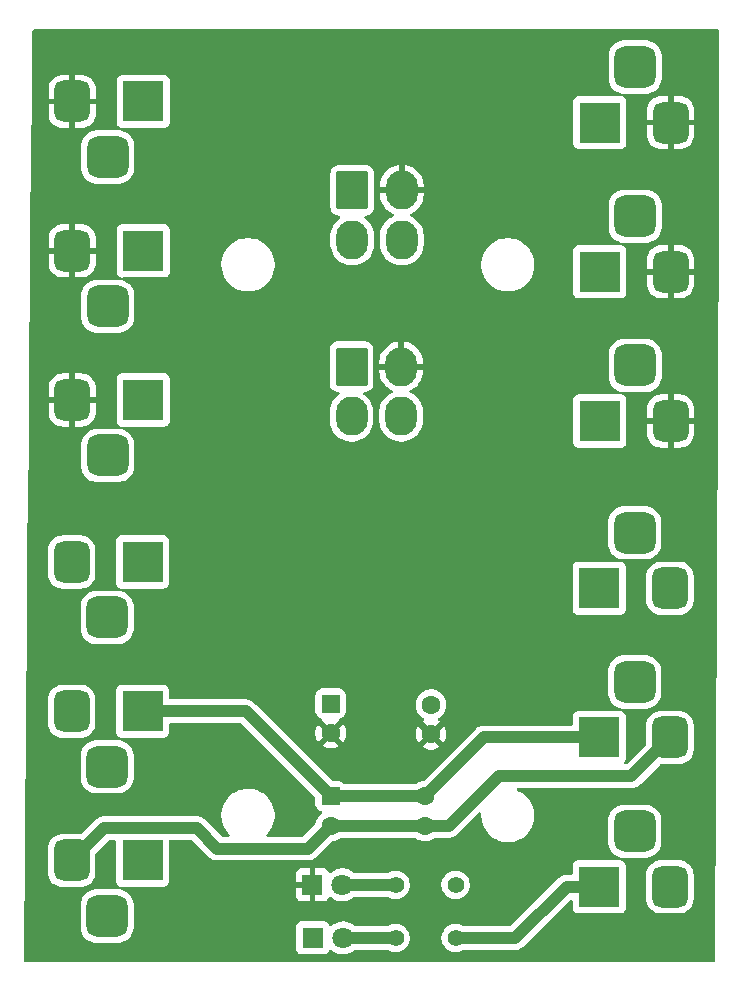
<source format=gbr>
%TF.GenerationSoftware,KiCad,Pcbnew,9.0.4*%
%TF.CreationDate,2026-02-08T18:12:17+10:00*%
%TF.ProjectId,OZ-HORNET-POWER-DIST,4f5a2d48-4f52-44e4-9554-2d504f574552,rev?*%
%TF.SameCoordinates,Original*%
%TF.FileFunction,Copper,L2,Bot*%
%TF.FilePolarity,Positive*%
%FSLAX46Y46*%
G04 Gerber Fmt 4.6, Leading zero omitted, Abs format (unit mm)*
G04 Created by KiCad (PCBNEW 9.0.4) date 2026-02-08 18:12:17*
%MOMM*%
%LPD*%
G01*
G04 APERTURE LIST*
G04 Aperture macros list*
%AMRoundRect*
0 Rectangle with rounded corners*
0 $1 Rounding radius*
0 $2 $3 $4 $5 $6 $7 $8 $9 X,Y pos of 4 corners*
0 Add a 4 corners polygon primitive as box body*
4,1,4,$2,$3,$4,$5,$6,$7,$8,$9,$2,$3,0*
0 Add four circle primitives for the rounded corners*
1,1,$1+$1,$2,$3*
1,1,$1+$1,$4,$5*
1,1,$1+$1,$6,$7*
1,1,$1+$1,$8,$9*
0 Add four rect primitives between the rounded corners*
20,1,$1+$1,$2,$3,$4,$5,0*
20,1,$1+$1,$4,$5,$6,$7,0*
20,1,$1+$1,$6,$7,$8,$9,0*
20,1,$1+$1,$8,$9,$2,$3,0*%
G04 Aperture macros list end*
%TA.AperFunction,ComponentPad*%
%ADD10RoundRect,0.250001X-1.099999X-1.399999X1.099999X-1.399999X1.099999X1.399999X-1.099999X1.399999X0*%
%TD*%
%TA.AperFunction,ComponentPad*%
%ADD11O,2.700000X3.300000*%
%TD*%
%TA.AperFunction,ComponentPad*%
%ADD12C,1.600000*%
%TD*%
%TA.AperFunction,ComponentPad*%
%ADD13R,3.500000X3.500000*%
%TD*%
%TA.AperFunction,ComponentPad*%
%ADD14RoundRect,0.750000X-0.750000X-1.000000X0.750000X-1.000000X0.750000X1.000000X-0.750000X1.000000X0*%
%TD*%
%TA.AperFunction,ComponentPad*%
%ADD15RoundRect,0.875000X-0.875000X-0.875000X0.875000X-0.875000X0.875000X0.875000X-0.875000X0.875000X0*%
%TD*%
%TA.AperFunction,ComponentPad*%
%ADD16RoundRect,0.750000X0.750000X1.000000X-0.750000X1.000000X-0.750000X-1.000000X0.750000X-1.000000X0*%
%TD*%
%TA.AperFunction,ComponentPad*%
%ADD17RoundRect,0.875000X0.875000X0.875000X-0.875000X0.875000X-0.875000X-0.875000X0.875000X-0.875000X0*%
%TD*%
%TA.AperFunction,ComponentPad*%
%ADD18RoundRect,0.250000X-0.550000X0.550000X-0.550000X-0.550000X0.550000X-0.550000X0.550000X0.550000X0*%
%TD*%
%TA.AperFunction,ComponentPad*%
%ADD19C,1.400000*%
%TD*%
%TA.AperFunction,ComponentPad*%
%ADD20R,1.800000X1.800000*%
%TD*%
%TA.AperFunction,ComponentPad*%
%ADD21C,1.800000*%
%TD*%
%TA.AperFunction,Conductor*%
%ADD22C,1.000000*%
%TD*%
G04 APERTURE END LIST*
D10*
%TO.P,J10,1,Pin_1*%
%TO.N,/5VDC*%
X88832000Y-50690000D03*
D11*
%TO.P,J10,2,Pin_3*%
%TO.N,/5VGND*%
X93032000Y-50690000D03*
%TO.P,J10,3,Pin_2*%
%TO.N,/12VDC*%
X88832000Y-54890000D03*
%TO.P,J10,4,Pin_4*%
%TO.N,/12VGND*%
X93032000Y-54890000D03*
%TD*%
D10*
%TO.P,J1,1,Pin_1*%
%TO.N,/5VDC*%
X88764000Y-65624000D03*
D11*
%TO.P,J1,2,Pin_3*%
%TO.N,/5VGND*%
X92964000Y-65624000D03*
%TO.P,J1,3,Pin_2*%
%TO.N,/12VDC*%
X88764000Y-69824000D03*
%TO.P,J1,4,Pin_4*%
%TO.N,/12VGND*%
X92964000Y-69824000D03*
%TD*%
D12*
%TO.P,C4,1*%
%TO.N,/12VDC*%
X95000000Y-102000000D03*
%TO.P,C4,2*%
%TO.N,/12VGND*%
X95000000Y-104500000D03*
%TD*%
D13*
%TO.P,J11,1,Pin_1*%
%TO.N,/5VDC*%
X71120000Y-55815000D03*
D14*
%TO.P,J11,2,Pin_2*%
%TO.N,/5VGND*%
X65120000Y-55815000D03*
D15*
%TO.P,J11,3*%
%TO.N,N/C*%
X68120000Y-60515000D03*
%TD*%
D13*
%TO.P,J3,1,Pin_1*%
%TO.N,/5VDC*%
X109776000Y-57597000D03*
D16*
%TO.P,J3,2,Pin_2*%
%TO.N,/5VGND*%
X115776000Y-57597000D03*
D17*
%TO.P,J3,3*%
%TO.N,N/C*%
X112776000Y-52897000D03*
%TD*%
D13*
%TO.P,J4,1,Pin_1*%
%TO.N,/5VDC*%
X109776000Y-44962000D03*
D16*
%TO.P,J4,2,Pin_2*%
%TO.N,/5VGND*%
X115776000Y-44962000D03*
D17*
%TO.P,J4,3*%
%TO.N,N/C*%
X112776000Y-40262000D03*
%TD*%
D18*
%TO.P,C1,1*%
%TO.N,/5VDC*%
X87000000Y-94150000D03*
D12*
%TO.P,C1,2*%
%TO.N,/5VGND*%
X87000000Y-96650000D03*
%TD*%
D13*
%TO.P,J2,1,Pin_1*%
%TO.N,/5VDC*%
X109776000Y-70232000D03*
D16*
%TO.P,J2,2,Pin_2*%
%TO.N,/5VGND*%
X115776000Y-70232000D03*
D17*
%TO.P,J2,3*%
%TO.N,N/C*%
X112776000Y-65532000D03*
%TD*%
D19*
%TO.P,R2,1*%
%TO.N,Net-(D2-A)*%
X92500000Y-114000000D03*
%TO.P,R2,2*%
%TO.N,/12VDC*%
X97580000Y-114000000D03*
%TD*%
D18*
%TO.P,C3,1*%
%TO.N,/12VDC*%
X87000000Y-102000000D03*
D12*
%TO.P,C3,2*%
%TO.N,/12VGND*%
X87000000Y-104500000D03*
%TD*%
D13*
%TO.P,J8,1,Pin_1*%
%TO.N,/12VDC*%
X71072000Y-107438000D03*
D14*
%TO.P,J8,2,Pin_2*%
%TO.N,/12VGND*%
X65072000Y-107438000D03*
D15*
%TO.P,J8,3*%
%TO.N,N/C*%
X68072000Y-112138000D03*
%TD*%
D13*
%TO.P,J13,1,Pin_1*%
%TO.N,/12VDC*%
X109728000Y-84393000D03*
D16*
%TO.P,J13,2,Pin_2*%
%TO.N,/12VGND*%
X115728000Y-84393000D03*
D17*
%TO.P,J13,3*%
%TO.N,N/C*%
X112728000Y-79693000D03*
%TD*%
D13*
%TO.P,J6,1,Pin_1*%
%TO.N,/12VDC*%
X71072000Y-82168000D03*
D14*
%TO.P,J6,2,Pin_2*%
%TO.N,/12VGND*%
X65072000Y-82168000D03*
D15*
%TO.P,J6,3*%
%TO.N,N/C*%
X68072000Y-86868000D03*
%TD*%
D19*
%TO.P,R1,1*%
%TO.N,Net-(D1-A)*%
X92500000Y-109500000D03*
%TO.P,R1,2*%
%TO.N,/5VDC*%
X97580000Y-109500000D03*
%TD*%
D13*
%TO.P,J9,1,Pin_1*%
%TO.N,/12VDC*%
X109728000Y-109663000D03*
D16*
%TO.P,J9,2,Pin_2*%
%TO.N,/12VGND*%
X115728000Y-109663000D03*
D17*
%TO.P,J9,3*%
%TO.N,N/C*%
X112728000Y-104963000D03*
%TD*%
D12*
%TO.P,C2,1*%
%TO.N,/5VDC*%
X95500000Y-94250000D03*
%TO.P,C2,2*%
%TO.N,/5VGND*%
X95500000Y-96750000D03*
%TD*%
D13*
%TO.P,J7,1,Pin_1*%
%TO.N,/12VDC*%
X71072000Y-94803000D03*
D14*
%TO.P,J7,2,Pin_2*%
%TO.N,/12VGND*%
X65072000Y-94803000D03*
D15*
%TO.P,J7,3*%
%TO.N,N/C*%
X68072000Y-99503000D03*
%TD*%
D13*
%TO.P,J12,1,Pin_1*%
%TO.N,/12VDC*%
X109728000Y-97028000D03*
D16*
%TO.P,J12,2,Pin_2*%
%TO.N,/12VGND*%
X115728000Y-97028000D03*
D17*
%TO.P,J12,3*%
%TO.N,N/C*%
X112728000Y-92328000D03*
%TD*%
D13*
%TO.P,J5,1,Pin_1*%
%TO.N,/5VDC*%
X71120000Y-43180000D03*
D14*
%TO.P,J5,2,Pin_2*%
%TO.N,/5VGND*%
X65120000Y-43180000D03*
D15*
%TO.P,J5,3*%
%TO.N,N/C*%
X68120000Y-47880000D03*
%TD*%
D20*
%TO.P,D1,1,K*%
%TO.N,/5VGND*%
X85460000Y-109500000D03*
D21*
%TO.P,D1,2,A*%
%TO.N,Net-(D1-A)*%
X88000000Y-109500000D03*
%TD*%
D20*
%TO.P,D2,1,K*%
%TO.N,/12VGND*%
X85500000Y-114000000D03*
D21*
%TO.P,D2,2,A*%
%TO.N,Net-(D2-A)*%
X88040000Y-114000000D03*
%TD*%
D13*
%TO.P,J14,1,Pin_1*%
%TO.N,/5VDC*%
X71120000Y-68450000D03*
D14*
%TO.P,J14,2,Pin_2*%
%TO.N,/5VGND*%
X65120000Y-68450000D03*
D15*
%TO.P,J14,3*%
%TO.N,N/C*%
X68120000Y-73150000D03*
%TD*%
D22*
%TO.N,/12VGND*%
X97019700Y-104500000D02*
X95000000Y-104500000D01*
X101225600Y-100294100D02*
X97019700Y-104500000D01*
X112461900Y-100294100D02*
X101225600Y-100294100D01*
X115728000Y-97028000D02*
X112461900Y-100294100D01*
X95000000Y-104500000D02*
X87000000Y-104500000D01*
X67823700Y-104686300D02*
X65072000Y-107438000D01*
X75657400Y-104686300D02*
X67823700Y-104686300D01*
X77399800Y-106428700D02*
X75657400Y-104686300D01*
X85071300Y-106428700D02*
X77399800Y-106428700D01*
X87000000Y-104500000D02*
X85071300Y-106428700D01*
%TO.N,/12VDC*%
X102639300Y-114000000D02*
X106976300Y-109663000D01*
X97580000Y-114000000D02*
X102639300Y-114000000D01*
X109728000Y-109663000D02*
X106976300Y-109663000D01*
X87000000Y-102000000D02*
X95000000Y-102000000D01*
X99972000Y-97028000D02*
X95000000Y-102000000D01*
X109728000Y-97028000D02*
X99972000Y-97028000D01*
X79803000Y-94803000D02*
X87000000Y-102000000D01*
X71072000Y-94803000D02*
X79803000Y-94803000D01*
%TO.N,Net-(D2-A)*%
X88040000Y-114000000D02*
X92500000Y-114000000D01*
%TO.N,Net-(D1-A)*%
X88000000Y-109500000D02*
X92500000Y-109500000D01*
%TD*%
%TA.AperFunction,Conductor*%
%TO.N,/5VGND*%
G36*
X119846539Y-37096185D02*
G01*
X119892294Y-37148989D01*
X119903500Y-37200500D01*
X119903500Y-52294784D01*
X119903498Y-52295566D01*
X119501878Y-115952282D01*
X119481770Y-116019196D01*
X119428679Y-116064617D01*
X119377880Y-116075500D01*
X78667296Y-116075500D01*
X78666766Y-116075499D01*
X61124647Y-116000532D01*
X61057692Y-115980561D01*
X61012164Y-115927562D01*
X61001183Y-115875356D01*
X61006019Y-115366014D01*
X61091388Y-106373777D01*
X63071500Y-106373777D01*
X63071500Y-108502208D01*
X63071501Y-108502223D01*
X63081904Y-108634413D01*
X63081905Y-108634420D01*
X63136902Y-108852678D01*
X63136903Y-108852681D01*
X63229991Y-109057622D01*
X63229997Y-109057632D01*
X63358174Y-109242645D01*
X63358178Y-109242650D01*
X63358181Y-109242654D01*
X63517346Y-109401819D01*
X63517350Y-109401822D01*
X63517354Y-109401825D01*
X63558506Y-109430335D01*
X63702374Y-109530007D01*
X63907317Y-109623096D01*
X63907321Y-109623097D01*
X64125579Y-109678094D01*
X64125581Y-109678094D01*
X64125588Y-109678096D01*
X64257783Y-109688500D01*
X65886216Y-109688499D01*
X66018412Y-109678096D01*
X66236683Y-109623096D01*
X66441626Y-109530007D01*
X66626654Y-109401819D01*
X66785819Y-109242654D01*
X66914007Y-109057626D01*
X67007096Y-108852683D01*
X67062096Y-108634412D01*
X67072500Y-108502217D01*
X67072499Y-106903782D01*
X67092184Y-106836744D01*
X67108818Y-106816102D01*
X68201802Y-105723119D01*
X68263125Y-105689634D01*
X68289483Y-105686800D01*
X68697500Y-105686800D01*
X68764539Y-105706485D01*
X68810294Y-105759289D01*
X68821500Y-105810800D01*
X68821500Y-109235870D01*
X68821501Y-109235876D01*
X68827908Y-109295483D01*
X68878202Y-109430328D01*
X68878206Y-109430335D01*
X68964452Y-109545544D01*
X68964455Y-109545547D01*
X69079664Y-109631793D01*
X69079673Y-109631798D01*
X69126937Y-109649426D01*
X69182871Y-109691296D01*
X69207289Y-109756760D01*
X69192438Y-109825033D01*
X69143033Y-109874439D01*
X69077028Y-109889433D01*
X69040657Y-109887501D01*
X69040628Y-109887500D01*
X69040622Y-109887500D01*
X67103378Y-109887500D01*
X67103370Y-109887500D01*
X67103347Y-109887501D01*
X67050756Y-109890295D01*
X67050755Y-109890295D01*
X66820878Y-109934754D01*
X66820876Y-109934754D01*
X66820874Y-109934755D01*
X66751764Y-109960836D01*
X66601810Y-110017425D01*
X66399868Y-110135929D01*
X66399861Y-110135934D01*
X66220858Y-110286856D01*
X66220856Y-110286858D01*
X66069934Y-110465861D01*
X66069929Y-110465868D01*
X65951425Y-110667810D01*
X65905918Y-110788399D01*
X65868755Y-110886874D01*
X65868754Y-110886876D01*
X65868754Y-110886878D01*
X65824295Y-111116755D01*
X65824295Y-111116756D01*
X65821501Y-111169347D01*
X65821500Y-111169386D01*
X65821500Y-113106613D01*
X65821501Y-113106652D01*
X65824295Y-113159243D01*
X65824295Y-113159244D01*
X65865211Y-113370800D01*
X65868755Y-113389126D01*
X65917326Y-113517832D01*
X65951425Y-113608189D01*
X66069929Y-113810131D01*
X66069934Y-113810138D01*
X66220856Y-113989141D01*
X66220858Y-113989143D01*
X66399861Y-114140065D01*
X66399868Y-114140070D01*
X66601810Y-114258574D01*
X66820874Y-114341245D01*
X67050759Y-114385705D01*
X67103378Y-114388500D01*
X67103386Y-114388500D01*
X69040614Y-114388500D01*
X69040622Y-114388500D01*
X69093241Y-114385705D01*
X69323126Y-114341245D01*
X69542190Y-114258574D01*
X69744132Y-114140070D01*
X69744138Y-114140065D01*
X69923141Y-113989143D01*
X69923143Y-113989141D01*
X70074065Y-113810138D01*
X70074065Y-113810137D01*
X70074070Y-113810132D01*
X70192574Y-113608190D01*
X70275245Y-113389126D01*
X70319705Y-113159241D01*
X70322500Y-113106622D01*
X70322500Y-113052135D01*
X84099500Y-113052135D01*
X84099500Y-114947870D01*
X84099501Y-114947876D01*
X84105908Y-115007483D01*
X84156202Y-115142328D01*
X84156206Y-115142335D01*
X84242452Y-115257544D01*
X84242455Y-115257547D01*
X84357664Y-115343793D01*
X84357671Y-115343797D01*
X84492517Y-115394091D01*
X84492516Y-115394091D01*
X84499444Y-115394835D01*
X84552127Y-115400500D01*
X86447872Y-115400499D01*
X86507483Y-115394091D01*
X86642331Y-115343796D01*
X86757546Y-115257546D01*
X86843796Y-115142331D01*
X86854905Y-115112547D01*
X86873601Y-115062420D01*
X86915471Y-115006486D01*
X86980936Y-114982068D01*
X87049209Y-114996919D01*
X87077464Y-115018071D01*
X87127636Y-115068243D01*
X87127641Y-115068247D01*
X87283192Y-115181260D01*
X87305978Y-115197815D01*
X87434375Y-115263237D01*
X87502393Y-115297895D01*
X87502396Y-115297896D01*
X87607221Y-115331955D01*
X87712049Y-115366015D01*
X87929778Y-115400500D01*
X87929779Y-115400500D01*
X88150221Y-115400500D01*
X88150222Y-115400500D01*
X88367951Y-115366015D01*
X88577606Y-115297895D01*
X88774022Y-115197815D01*
X88952365Y-115068242D01*
X88983788Y-115036819D01*
X89045111Y-115003334D01*
X89071469Y-115000500D01*
X91794367Y-115000500D01*
X91861406Y-115020185D01*
X91867254Y-115024183D01*
X91870799Y-115026759D01*
X92039163Y-115112545D01*
X92039165Y-115112545D01*
X92039168Y-115112547D01*
X92130818Y-115142326D01*
X92218881Y-115170940D01*
X92405514Y-115200500D01*
X92405519Y-115200500D01*
X92594486Y-115200500D01*
X92781118Y-115170940D01*
X92960832Y-115112547D01*
X93129199Y-115026760D01*
X93282073Y-114915690D01*
X93415690Y-114782073D01*
X93526760Y-114629199D01*
X93612547Y-114460832D01*
X93670940Y-114281118D01*
X93693280Y-114140070D01*
X93700500Y-114094486D01*
X93700500Y-113905513D01*
X96379500Y-113905513D01*
X96379500Y-114094486D01*
X96409059Y-114281118D01*
X96467454Y-114460836D01*
X96553240Y-114629199D01*
X96664310Y-114782073D01*
X96797927Y-114915690D01*
X96950801Y-115026760D01*
X97020788Y-115062420D01*
X97119163Y-115112545D01*
X97119165Y-115112545D01*
X97119168Y-115112547D01*
X97210818Y-115142326D01*
X97298881Y-115170940D01*
X97485514Y-115200500D01*
X97485519Y-115200500D01*
X97674486Y-115200500D01*
X97861118Y-115170940D01*
X98040832Y-115112547D01*
X98209199Y-115026760D01*
X98212746Y-115024183D01*
X98278552Y-115000702D01*
X98285633Y-115000500D01*
X102737842Y-115000500D01*
X102768866Y-114994328D01*
X102834488Y-114981275D01*
X102931136Y-114962051D01*
X102984465Y-114939961D01*
X103113214Y-114886632D01*
X103277082Y-114777139D01*
X103416439Y-114637782D01*
X103416440Y-114637779D01*
X103423506Y-114630714D01*
X103423508Y-114630710D01*
X107265822Y-110788397D01*
X107327143Y-110754914D01*
X107396835Y-110759898D01*
X107452768Y-110801770D01*
X107477185Y-110867234D01*
X107477501Y-110876080D01*
X107477501Y-111460876D01*
X107483908Y-111520483D01*
X107534202Y-111655328D01*
X107534206Y-111655335D01*
X107620452Y-111770544D01*
X107620455Y-111770547D01*
X107735664Y-111856793D01*
X107735671Y-111856797D01*
X107870517Y-111907091D01*
X107870516Y-111907091D01*
X107877444Y-111907835D01*
X107930127Y-111913500D01*
X111525872Y-111913499D01*
X111585483Y-111907091D01*
X111720331Y-111856796D01*
X111835546Y-111770546D01*
X111921796Y-111655331D01*
X111972091Y-111520483D01*
X111978500Y-111460873D01*
X111978499Y-108598777D01*
X113727500Y-108598777D01*
X113727500Y-110727208D01*
X113727501Y-110727223D01*
X113737904Y-110859413D01*
X113737905Y-110859420D01*
X113792902Y-111077678D01*
X113792903Y-111077681D01*
X113885991Y-111282622D01*
X113885997Y-111282632D01*
X114014174Y-111467645D01*
X114014178Y-111467650D01*
X114014181Y-111467654D01*
X114173346Y-111626819D01*
X114173350Y-111626822D01*
X114173354Y-111626825D01*
X114214506Y-111655335D01*
X114358374Y-111755007D01*
X114563317Y-111848096D01*
X114563321Y-111848097D01*
X114781579Y-111903094D01*
X114781581Y-111903094D01*
X114781588Y-111903096D01*
X114913783Y-111913500D01*
X116542216Y-111913499D01*
X116674412Y-111903096D01*
X116892683Y-111848096D01*
X117097626Y-111755007D01*
X117282654Y-111626819D01*
X117441819Y-111467654D01*
X117570007Y-111282626D01*
X117663096Y-111077683D01*
X117718096Y-110859412D01*
X117728500Y-110727217D01*
X117728499Y-108598784D01*
X117718096Y-108466588D01*
X117710884Y-108437968D01*
X117663097Y-108248321D01*
X117663096Y-108248318D01*
X117660595Y-108242812D01*
X117570007Y-108043374D01*
X117538297Y-107997603D01*
X117441825Y-107858354D01*
X117441822Y-107858350D01*
X117441819Y-107858346D01*
X117282654Y-107699181D01*
X117282650Y-107699178D01*
X117282645Y-107699174D01*
X117097632Y-107570997D01*
X117097630Y-107570995D01*
X117097626Y-107570993D01*
X117063411Y-107555452D01*
X116892681Y-107477903D01*
X116892678Y-107477902D01*
X116674420Y-107422905D01*
X116674413Y-107422904D01*
X116623638Y-107418908D01*
X116542217Y-107412500D01*
X116542215Y-107412500D01*
X114913791Y-107412500D01*
X114913776Y-107412501D01*
X114781586Y-107422904D01*
X114781579Y-107422905D01*
X114563321Y-107477902D01*
X114563318Y-107477903D01*
X114358377Y-107570991D01*
X114358367Y-107570997D01*
X114173354Y-107699174D01*
X114173342Y-107699184D01*
X114014184Y-107858342D01*
X114014174Y-107858354D01*
X113885997Y-108043367D01*
X113885991Y-108043377D01*
X113792903Y-108248318D01*
X113792902Y-108248321D01*
X113737905Y-108466579D01*
X113737904Y-108466586D01*
X113727500Y-108598777D01*
X111978499Y-108598777D01*
X111978499Y-107865128D01*
X111972091Y-107805517D01*
X111932431Y-107699184D01*
X111921797Y-107670671D01*
X111921793Y-107670664D01*
X111835547Y-107555455D01*
X111835544Y-107555452D01*
X111720335Y-107469206D01*
X111720328Y-107469202D01*
X111673061Y-107451573D01*
X111617127Y-107409702D01*
X111592710Y-107344238D01*
X111607562Y-107275965D01*
X111656967Y-107226559D01*
X111722972Y-107211566D01*
X111736053Y-107212261D01*
X111759349Y-107213499D01*
X111759369Y-107213499D01*
X111759378Y-107213500D01*
X111759386Y-107213500D01*
X113696614Y-107213500D01*
X113696622Y-107213500D01*
X113749241Y-107210705D01*
X113979126Y-107166245D01*
X114198190Y-107083574D01*
X114400132Y-106965070D01*
X114552335Y-106836744D01*
X114579141Y-106814143D01*
X114579143Y-106814141D01*
X114730065Y-106635138D01*
X114730065Y-106635137D01*
X114730070Y-106635132D01*
X114848574Y-106433190D01*
X114931245Y-106214126D01*
X114975705Y-105984241D01*
X114978500Y-105931622D01*
X114978500Y-103994378D01*
X114975705Y-103941759D01*
X114931245Y-103711874D01*
X114848574Y-103492810D01*
X114730070Y-103290868D01*
X114730065Y-103290861D01*
X114579143Y-103111858D01*
X114579141Y-103111856D01*
X114400138Y-102960934D01*
X114400131Y-102960929D01*
X114198189Y-102842425D01*
X114107832Y-102808326D01*
X113979126Y-102759755D01*
X113979121Y-102759754D01*
X113749243Y-102715295D01*
X113696652Y-102712501D01*
X113696629Y-102712500D01*
X113696622Y-102712500D01*
X111759378Y-102712500D01*
X111759370Y-102712500D01*
X111759347Y-102712501D01*
X111706756Y-102715295D01*
X111706755Y-102715295D01*
X111476878Y-102759754D01*
X111476876Y-102759754D01*
X111476874Y-102759755D01*
X111402933Y-102787659D01*
X111257810Y-102842425D01*
X111055868Y-102960929D01*
X111055861Y-102960934D01*
X110876858Y-103111856D01*
X110876856Y-103111858D01*
X110725934Y-103290861D01*
X110725929Y-103290868D01*
X110607425Y-103492810D01*
X110552659Y-103637933D01*
X110524755Y-103711874D01*
X110524754Y-103711876D01*
X110524754Y-103711878D01*
X110480295Y-103941755D01*
X110480295Y-103941756D01*
X110477501Y-103994347D01*
X110477500Y-103994386D01*
X110477500Y-105931613D01*
X110477501Y-105931652D01*
X110480295Y-105984243D01*
X110480295Y-105984244D01*
X110487853Y-106023321D01*
X110524755Y-106214126D01*
X110535119Y-106241588D01*
X110607425Y-106433189D01*
X110725929Y-106635131D01*
X110725934Y-106635138D01*
X110876856Y-106814141D01*
X110876858Y-106814143D01*
X111055861Y-106965065D01*
X111055868Y-106965070D01*
X111257810Y-107083574D01*
X111476874Y-107166245D01*
X111479517Y-107166756D01*
X111480537Y-107167282D01*
X111481950Y-107167683D01*
X111481868Y-107167970D01*
X111541598Y-107198814D01*
X111576493Y-107259346D01*
X111573122Y-107329134D01*
X111532556Y-107386021D01*
X111467674Y-107411946D01*
X111455969Y-107412500D01*
X107930129Y-107412500D01*
X107930123Y-107412501D01*
X107870516Y-107418908D01*
X107735671Y-107469202D01*
X107735664Y-107469206D01*
X107620455Y-107555452D01*
X107620452Y-107555455D01*
X107534206Y-107670664D01*
X107534202Y-107670671D01*
X107483908Y-107805517D01*
X107478229Y-107858342D01*
X107477501Y-107865123D01*
X107477500Y-107865135D01*
X107477500Y-108538500D01*
X107457815Y-108605539D01*
X107405011Y-108651294D01*
X107353500Y-108662500D01*
X106877755Y-108662500D01*
X106785143Y-108680922D01*
X106785140Y-108680922D01*
X106781112Y-108681724D01*
X106684464Y-108700949D01*
X106643476Y-108717927D01*
X106636021Y-108721014D01*
X106636017Y-108721016D01*
X106502392Y-108776364D01*
X106502379Y-108776371D01*
X106338519Y-108885859D01*
X106268840Y-108955538D01*
X106199161Y-109025218D01*
X106199158Y-109025221D01*
X102261199Y-112963181D01*
X102199876Y-112996666D01*
X102173518Y-112999500D01*
X98285633Y-112999500D01*
X98218594Y-112979815D01*
X98212746Y-112975817D01*
X98209200Y-112973240D01*
X98040836Y-112887454D01*
X97861118Y-112829059D01*
X97674486Y-112799500D01*
X97674481Y-112799500D01*
X97485519Y-112799500D01*
X97485514Y-112799500D01*
X97298881Y-112829059D01*
X97119163Y-112887454D01*
X96950800Y-112973240D01*
X96914935Y-112999298D01*
X96797927Y-113084310D01*
X96797925Y-113084312D01*
X96797924Y-113084312D01*
X96664312Y-113217924D01*
X96664312Y-113217925D01*
X96664310Y-113217927D01*
X96616610Y-113283579D01*
X96553240Y-113370800D01*
X96467454Y-113539163D01*
X96409059Y-113718881D01*
X96379500Y-113905513D01*
X93700500Y-113905513D01*
X93670940Y-113718881D01*
X93612545Y-113539163D01*
X93526759Y-113370800D01*
X93415690Y-113217927D01*
X93282073Y-113084310D01*
X93129199Y-112973240D01*
X93109457Y-112963181D01*
X92960836Y-112887454D01*
X92781118Y-112829059D01*
X92594486Y-112799500D01*
X92594481Y-112799500D01*
X92405519Y-112799500D01*
X92405514Y-112799500D01*
X92218881Y-112829059D01*
X92039163Y-112887454D01*
X91870799Y-112973240D01*
X91867254Y-112975817D01*
X91801448Y-112999298D01*
X91794367Y-112999500D01*
X89071469Y-112999500D01*
X89004430Y-112979815D01*
X88983788Y-112963181D01*
X88952363Y-112931756D01*
X88952358Y-112931752D01*
X88774025Y-112802187D01*
X88774024Y-112802186D01*
X88774022Y-112802185D01*
X88656791Y-112742452D01*
X88577606Y-112702104D01*
X88577603Y-112702103D01*
X88367952Y-112633985D01*
X88259086Y-112616742D01*
X88150222Y-112599500D01*
X87929778Y-112599500D01*
X87857201Y-112610995D01*
X87712047Y-112633985D01*
X87502396Y-112702103D01*
X87502393Y-112702104D01*
X87305974Y-112802187D01*
X87127641Y-112931752D01*
X87127636Y-112931756D01*
X87077463Y-112981929D01*
X87016140Y-113015413D01*
X86946448Y-113010428D01*
X86890515Y-112968557D01*
X86873601Y-112937580D01*
X86843797Y-112857671D01*
X86843793Y-112857664D01*
X86757547Y-112742455D01*
X86757544Y-112742452D01*
X86642335Y-112656206D01*
X86642328Y-112656202D01*
X86507482Y-112605908D01*
X86507483Y-112605908D01*
X86447883Y-112599501D01*
X86447881Y-112599500D01*
X86447873Y-112599500D01*
X86447864Y-112599500D01*
X84552129Y-112599500D01*
X84552123Y-112599501D01*
X84492516Y-112605908D01*
X84357671Y-112656202D01*
X84357664Y-112656206D01*
X84242455Y-112742452D01*
X84242452Y-112742455D01*
X84156206Y-112857664D01*
X84156202Y-112857671D01*
X84105908Y-112992517D01*
X84099501Y-113052116D01*
X84099500Y-113052135D01*
X70322500Y-113052135D01*
X70322500Y-111169378D01*
X70319705Y-111116759D01*
X70275245Y-110886874D01*
X70192574Y-110667810D01*
X70074070Y-110465868D01*
X70074065Y-110465861D01*
X69923143Y-110286858D01*
X69923141Y-110286856D01*
X69744138Y-110135934D01*
X69744131Y-110135929D01*
X69542189Y-110017425D01*
X69444513Y-109980564D01*
X69323126Y-109934755D01*
X69323121Y-109934754D01*
X69323116Y-109934752D01*
X69320470Y-109934240D01*
X69319451Y-109933713D01*
X69318050Y-109933317D01*
X69318130Y-109933031D01*
X69258392Y-109902177D01*
X69223503Y-109841641D01*
X69226881Y-109771853D01*
X69267452Y-109714970D01*
X69332337Y-109689052D01*
X69344009Y-109688499D01*
X72869872Y-109688499D01*
X72929483Y-109682091D01*
X73064331Y-109631796D01*
X73179546Y-109545546D01*
X73265796Y-109430331D01*
X73316091Y-109295483D01*
X73322500Y-109235873D01*
X73322500Y-108552155D01*
X84060000Y-108552155D01*
X84060000Y-109250000D01*
X85084722Y-109250000D01*
X85040667Y-109326306D01*
X85010000Y-109440756D01*
X85010000Y-109559244D01*
X85040667Y-109673694D01*
X85084722Y-109750000D01*
X84060000Y-109750000D01*
X84060000Y-110447844D01*
X84066401Y-110507372D01*
X84066403Y-110507379D01*
X84116645Y-110642086D01*
X84116649Y-110642093D01*
X84202809Y-110757187D01*
X84202812Y-110757190D01*
X84317906Y-110843350D01*
X84317913Y-110843354D01*
X84452620Y-110893596D01*
X84452627Y-110893598D01*
X84512155Y-110899999D01*
X84512172Y-110900000D01*
X85210000Y-110900000D01*
X85210000Y-109875277D01*
X85286306Y-109919333D01*
X85400756Y-109950000D01*
X85519244Y-109950000D01*
X85633694Y-109919333D01*
X85710000Y-109875277D01*
X85710000Y-110900000D01*
X86407828Y-110900000D01*
X86407844Y-110899999D01*
X86467372Y-110893598D01*
X86467379Y-110893596D01*
X86602086Y-110843354D01*
X86602093Y-110843350D01*
X86717187Y-110757190D01*
X86717190Y-110757187D01*
X86803350Y-110642093D01*
X86803354Y-110642086D01*
X86833213Y-110562031D01*
X86875084Y-110506097D01*
X86940548Y-110481680D01*
X87008821Y-110496531D01*
X87037076Y-110517683D01*
X87087636Y-110568243D01*
X87087641Y-110568247D01*
X87243192Y-110681260D01*
X87265978Y-110697815D01*
X87394375Y-110763237D01*
X87462393Y-110797895D01*
X87462396Y-110797896D01*
X87567221Y-110831955D01*
X87672049Y-110866015D01*
X87889778Y-110900500D01*
X87889779Y-110900500D01*
X88110221Y-110900500D01*
X88110222Y-110900500D01*
X88327951Y-110866015D01*
X88537606Y-110797895D01*
X88734022Y-110697815D01*
X88912365Y-110568242D01*
X88943788Y-110536819D01*
X89005111Y-110503334D01*
X89031469Y-110500500D01*
X91794367Y-110500500D01*
X91861406Y-110520185D01*
X91867254Y-110524183D01*
X91870799Y-110526759D01*
X92039163Y-110612545D01*
X92039165Y-110612545D01*
X92039168Y-110612547D01*
X92130079Y-110642086D01*
X92218881Y-110670940D01*
X92405514Y-110700500D01*
X92405519Y-110700500D01*
X92594486Y-110700500D01*
X92781118Y-110670940D01*
X92804016Y-110663500D01*
X92960832Y-110612547D01*
X93129199Y-110526760D01*
X93282073Y-110415690D01*
X93415690Y-110282073D01*
X93526760Y-110129199D01*
X93612547Y-109960832D01*
X93670940Y-109781118D01*
X93681417Y-109714970D01*
X93700500Y-109594486D01*
X93700500Y-109405513D01*
X96379500Y-109405513D01*
X96379500Y-109594486D01*
X96409059Y-109781118D01*
X96467454Y-109960836D01*
X96506571Y-110037606D01*
X96553240Y-110129199D01*
X96664310Y-110282073D01*
X96797927Y-110415690D01*
X96950801Y-110526760D01*
X97030347Y-110567290D01*
X97119163Y-110612545D01*
X97119165Y-110612545D01*
X97119168Y-110612547D01*
X97210079Y-110642086D01*
X97298881Y-110670940D01*
X97485514Y-110700500D01*
X97485519Y-110700500D01*
X97674486Y-110700500D01*
X97861118Y-110670940D01*
X97884016Y-110663500D01*
X98040832Y-110612547D01*
X98209199Y-110526760D01*
X98362073Y-110415690D01*
X98495690Y-110282073D01*
X98606760Y-110129199D01*
X98692547Y-109960832D01*
X98750940Y-109781118D01*
X98761417Y-109714970D01*
X98780500Y-109594486D01*
X98780500Y-109405513D01*
X98750940Y-109218881D01*
X98698543Y-109057622D01*
X98692547Y-109039168D01*
X98692545Y-109039165D01*
X98692545Y-109039163D01*
X98606759Y-108870800D01*
X98593595Y-108852681D01*
X98495690Y-108717927D01*
X98362073Y-108584310D01*
X98209199Y-108473240D01*
X98139974Y-108437968D01*
X98040836Y-108387454D01*
X97861118Y-108329059D01*
X97674486Y-108299500D01*
X97674481Y-108299500D01*
X97485519Y-108299500D01*
X97485514Y-108299500D01*
X97298881Y-108329059D01*
X97119163Y-108387454D01*
X96950800Y-108473240D01*
X96899082Y-108510816D01*
X96797927Y-108584310D01*
X96797925Y-108584312D01*
X96797924Y-108584312D01*
X96664312Y-108717924D01*
X96664312Y-108717925D01*
X96664310Y-108717927D01*
X96662066Y-108721016D01*
X96553240Y-108870800D01*
X96467454Y-109039163D01*
X96409059Y-109218881D01*
X96379500Y-109405513D01*
X93700500Y-109405513D01*
X93670940Y-109218881D01*
X93618543Y-109057622D01*
X93612547Y-109039168D01*
X93612545Y-109039165D01*
X93612545Y-109039163D01*
X93526759Y-108870800D01*
X93513595Y-108852681D01*
X93415690Y-108717927D01*
X93282073Y-108584310D01*
X93129199Y-108473240D01*
X93059974Y-108437968D01*
X92960836Y-108387454D01*
X92781118Y-108329059D01*
X92594486Y-108299500D01*
X92594481Y-108299500D01*
X92405519Y-108299500D01*
X92405514Y-108299500D01*
X92218881Y-108329059D01*
X92039163Y-108387454D01*
X91870799Y-108473240D01*
X91867254Y-108475817D01*
X91801448Y-108499298D01*
X91794367Y-108499500D01*
X89031469Y-108499500D01*
X88964430Y-108479815D01*
X88943788Y-108463181D01*
X88912363Y-108431756D01*
X88912358Y-108431752D01*
X88734025Y-108302187D01*
X88734024Y-108302186D01*
X88734022Y-108302185D01*
X88671096Y-108270122D01*
X88537606Y-108202104D01*
X88537603Y-108202103D01*
X88327952Y-108133985D01*
X88219086Y-108116742D01*
X88110222Y-108099500D01*
X87889778Y-108099500D01*
X87817201Y-108110995D01*
X87672047Y-108133985D01*
X87462396Y-108202103D01*
X87462393Y-108202104D01*
X87265974Y-108302187D01*
X87087641Y-108431752D01*
X87087636Y-108431756D01*
X87037075Y-108482317D01*
X86975752Y-108515801D01*
X86906060Y-108510816D01*
X86850127Y-108468945D01*
X86833213Y-108437968D01*
X86803354Y-108357913D01*
X86803350Y-108357906D01*
X86717190Y-108242812D01*
X86717187Y-108242809D01*
X86602093Y-108156649D01*
X86602086Y-108156645D01*
X86467379Y-108106403D01*
X86467372Y-108106401D01*
X86407844Y-108100000D01*
X85710000Y-108100000D01*
X85710000Y-109124722D01*
X85633694Y-109080667D01*
X85519244Y-109050000D01*
X85400756Y-109050000D01*
X85286306Y-109080667D01*
X85210000Y-109124722D01*
X85210000Y-108100000D01*
X84512155Y-108100000D01*
X84452627Y-108106401D01*
X84452620Y-108106403D01*
X84317913Y-108156645D01*
X84317906Y-108156649D01*
X84202812Y-108242809D01*
X84202809Y-108242812D01*
X84116649Y-108357906D01*
X84116645Y-108357913D01*
X84066403Y-108492620D01*
X84066401Y-108492627D01*
X84060000Y-108552155D01*
X73322500Y-108552155D01*
X73322499Y-107451573D01*
X73322499Y-105810800D01*
X73342184Y-105743761D01*
X73394987Y-105698006D01*
X73446499Y-105686800D01*
X75191618Y-105686800D01*
X75258657Y-105706485D01*
X75279299Y-105723119D01*
X76762019Y-107205840D01*
X76762018Y-107205840D01*
X76773480Y-107213498D01*
X76802846Y-107233119D01*
X76925886Y-107315332D01*
X76984137Y-107339460D01*
X76991809Y-107342638D01*
X76991811Y-107342639D01*
X77029178Y-107358117D01*
X77107965Y-107390752D01*
X77249523Y-107418909D01*
X77284013Y-107425769D01*
X77301258Y-107429200D01*
X77301259Y-107429200D01*
X85169842Y-107429200D01*
X85221580Y-107418908D01*
X85266488Y-107409975D01*
X85363136Y-107390751D01*
X85416465Y-107368661D01*
X85545214Y-107315332D01*
X85709082Y-107205839D01*
X85848439Y-107066482D01*
X85848439Y-107066480D01*
X85858647Y-107056273D01*
X85858649Y-107056270D01*
X87088203Y-105826715D01*
X87149524Y-105793232D01*
X87156473Y-105791927D01*
X87304534Y-105768477D01*
X87499219Y-105705220D01*
X87681610Y-105612287D01*
X87802877Y-105524181D01*
X87868683Y-105500702D01*
X87875762Y-105500500D01*
X94124238Y-105500500D01*
X94191277Y-105520185D01*
X94197119Y-105524179D01*
X94318390Y-105612287D01*
X94434607Y-105671503D01*
X94500776Y-105705218D01*
X94500778Y-105705218D01*
X94500781Y-105705220D01*
X94605137Y-105739127D01*
X94695465Y-105768477D01*
X94796557Y-105784488D01*
X94897648Y-105800500D01*
X94897649Y-105800500D01*
X95102351Y-105800500D01*
X95102352Y-105800500D01*
X95304534Y-105768477D01*
X95499219Y-105705220D01*
X95681610Y-105612287D01*
X95802877Y-105524181D01*
X95868683Y-105500702D01*
X95875762Y-105500500D01*
X97118243Y-105500500D01*
X97174569Y-105489295D01*
X97288420Y-105466649D01*
X97311536Y-105462051D01*
X97370807Y-105437500D01*
X97493614Y-105386632D01*
X97657482Y-105277139D01*
X97796839Y-105137782D01*
X97796840Y-105137780D01*
X97803906Y-105130714D01*
X97803909Y-105130710D01*
X99537819Y-103396800D01*
X99599142Y-103363315D01*
X99668834Y-103368299D01*
X99724767Y-103410171D01*
X99749184Y-103475635D01*
X99749500Y-103484481D01*
X99749500Y-103779513D01*
X99770861Y-103941756D01*
X99788007Y-104071993D01*
X99821092Y-104195468D01*
X99864361Y-104356951D01*
X99864364Y-104356961D01*
X99977254Y-104629500D01*
X99977258Y-104629510D01*
X100124761Y-104884993D01*
X100304352Y-105119040D01*
X100304358Y-105119047D01*
X100512952Y-105327641D01*
X100512959Y-105327647D01*
X100747006Y-105507238D01*
X101002489Y-105654741D01*
X101002490Y-105654741D01*
X101002493Y-105654743D01*
X101275048Y-105767639D01*
X101560007Y-105843993D01*
X101852494Y-105882500D01*
X101852501Y-105882500D01*
X102147499Y-105882500D01*
X102147506Y-105882500D01*
X102439993Y-105843993D01*
X102724952Y-105767639D01*
X102997507Y-105654743D01*
X103252994Y-105507238D01*
X103487042Y-105327646D01*
X103695646Y-105119042D01*
X103875238Y-104884994D01*
X104022743Y-104629507D01*
X104135639Y-104356952D01*
X104211993Y-104071993D01*
X104250500Y-103779506D01*
X104250500Y-103484494D01*
X104211993Y-103192007D01*
X104135639Y-102907048D01*
X104022743Y-102634493D01*
X104002839Y-102600019D01*
X103875238Y-102379006D01*
X103695647Y-102144959D01*
X103695641Y-102144952D01*
X103487047Y-101936358D01*
X103487040Y-101936352D01*
X103252993Y-101756761D01*
X102997510Y-101609258D01*
X102997500Y-101609253D01*
X102813796Y-101533161D01*
X102759393Y-101489320D01*
X102737328Y-101423026D01*
X102754607Y-101355326D01*
X102805745Y-101307716D01*
X102861249Y-101294600D01*
X112560442Y-101294600D01*
X112591466Y-101288428D01*
X112657088Y-101275375D01*
X112753736Y-101256151D01*
X112807065Y-101234061D01*
X112935814Y-101180732D01*
X113099682Y-101071239D01*
X113239039Y-100931882D01*
X113239040Y-100931879D01*
X113246106Y-100924814D01*
X113246109Y-100924810D01*
X114856102Y-99314816D01*
X114917423Y-99281333D01*
X114943771Y-99278499D01*
X116542216Y-99278499D01*
X116674412Y-99268096D01*
X116892683Y-99213096D01*
X117097626Y-99120007D01*
X117282654Y-98991819D01*
X117441819Y-98832654D01*
X117570007Y-98647626D01*
X117663096Y-98442683D01*
X117718096Y-98224412D01*
X117728500Y-98092217D01*
X117728499Y-95963784D01*
X117718096Y-95831588D01*
X117711018Y-95803500D01*
X117663097Y-95613321D01*
X117663096Y-95613318D01*
X117661936Y-95610765D01*
X117570007Y-95408374D01*
X117489875Y-95292710D01*
X117441825Y-95223354D01*
X117441822Y-95223350D01*
X117441819Y-95223346D01*
X117282654Y-95064181D01*
X117282650Y-95064178D01*
X117282645Y-95064174D01*
X117097632Y-94935997D01*
X117097630Y-94935995D01*
X117097626Y-94935993D01*
X117087976Y-94931610D01*
X116892681Y-94842903D01*
X116892678Y-94842902D01*
X116674420Y-94787905D01*
X116674413Y-94787904D01*
X116623638Y-94783908D01*
X116542217Y-94777500D01*
X116542215Y-94777500D01*
X114913791Y-94777500D01*
X114913776Y-94777501D01*
X114781586Y-94787904D01*
X114781579Y-94787905D01*
X114563321Y-94842902D01*
X114563318Y-94842903D01*
X114358377Y-94935991D01*
X114358367Y-94935997D01*
X114173354Y-95064174D01*
X114173342Y-95064184D01*
X114014184Y-95223342D01*
X114014174Y-95223354D01*
X113885997Y-95408367D01*
X113885991Y-95408377D01*
X113792903Y-95613318D01*
X113792902Y-95613321D01*
X113737905Y-95831579D01*
X113737904Y-95831586D01*
X113727500Y-95963777D01*
X113727500Y-97562217D01*
X113707815Y-97629256D01*
X113691181Y-97649898D01*
X112083799Y-99257281D01*
X112056871Y-99271984D01*
X112031053Y-99288577D01*
X112024852Y-99289468D01*
X112022476Y-99290766D01*
X111996118Y-99293600D01*
X111964949Y-99293600D01*
X111897910Y-99273915D01*
X111852155Y-99221111D01*
X111842211Y-99151953D01*
X111865683Y-99095289D01*
X111921793Y-99020335D01*
X111921792Y-99020335D01*
X111921796Y-99020331D01*
X111972091Y-98885483D01*
X111978500Y-98825873D01*
X111978499Y-95230128D01*
X111972091Y-95170517D01*
X111971397Y-95168657D01*
X111921797Y-95035671D01*
X111921793Y-95035664D01*
X111835547Y-94920455D01*
X111835544Y-94920452D01*
X111720335Y-94834206D01*
X111720328Y-94834202D01*
X111673061Y-94816573D01*
X111617127Y-94774702D01*
X111592710Y-94709238D01*
X111607562Y-94640965D01*
X111656967Y-94591559D01*
X111722972Y-94576566D01*
X111736053Y-94577261D01*
X111759349Y-94578499D01*
X111759369Y-94578499D01*
X111759378Y-94578500D01*
X111759386Y-94578500D01*
X113696614Y-94578500D01*
X113696622Y-94578500D01*
X113749241Y-94575705D01*
X113979126Y-94531245D01*
X114198190Y-94448574D01*
X114400132Y-94330070D01*
X114579142Y-94179142D01*
X114605696Y-94147648D01*
X114730065Y-94000138D01*
X114730065Y-94000137D01*
X114730070Y-94000132D01*
X114848574Y-93798190D01*
X114931245Y-93579126D01*
X114975705Y-93349241D01*
X114978500Y-93296622D01*
X114978500Y-91359378D01*
X114975705Y-91306759D01*
X114931245Y-91076874D01*
X114848574Y-90857810D01*
X114730070Y-90655868D01*
X114730065Y-90655861D01*
X114579143Y-90476858D01*
X114579141Y-90476856D01*
X114400138Y-90325934D01*
X114400131Y-90325929D01*
X114198189Y-90207425D01*
X114107832Y-90173326D01*
X113979126Y-90124755D01*
X113979121Y-90124754D01*
X113749243Y-90080295D01*
X113696652Y-90077501D01*
X113696629Y-90077500D01*
X113696622Y-90077500D01*
X111759378Y-90077500D01*
X111759370Y-90077500D01*
X111759347Y-90077501D01*
X111706756Y-90080295D01*
X111706755Y-90080295D01*
X111476878Y-90124754D01*
X111476876Y-90124754D01*
X111476874Y-90124755D01*
X111402933Y-90152659D01*
X111257810Y-90207425D01*
X111055868Y-90325929D01*
X111055861Y-90325934D01*
X110876858Y-90476856D01*
X110876856Y-90476858D01*
X110725934Y-90655861D01*
X110725929Y-90655868D01*
X110607425Y-90857810D01*
X110552659Y-91002933D01*
X110524755Y-91076874D01*
X110524754Y-91076876D01*
X110524754Y-91076878D01*
X110480295Y-91306755D01*
X110480295Y-91306756D01*
X110477501Y-91359347D01*
X110477500Y-91359386D01*
X110477500Y-93296613D01*
X110477501Y-93296652D01*
X110480295Y-93349243D01*
X110480295Y-93349244D01*
X110499240Y-93447200D01*
X110524755Y-93579126D01*
X110535119Y-93606588D01*
X110607425Y-93798189D01*
X110725929Y-94000131D01*
X110725934Y-94000138D01*
X110876856Y-94179141D01*
X110876858Y-94179143D01*
X111055861Y-94330065D01*
X111055868Y-94330070D01*
X111257810Y-94448574D01*
X111476874Y-94531245D01*
X111479517Y-94531756D01*
X111480537Y-94532282D01*
X111481950Y-94532683D01*
X111481868Y-94532970D01*
X111541598Y-94563814D01*
X111576493Y-94624346D01*
X111573122Y-94694134D01*
X111532556Y-94751021D01*
X111467674Y-94776946D01*
X111455969Y-94777500D01*
X107930129Y-94777500D01*
X107930123Y-94777501D01*
X107870516Y-94783908D01*
X107735671Y-94834202D01*
X107735664Y-94834206D01*
X107620455Y-94920452D01*
X107620452Y-94920455D01*
X107534206Y-95035664D01*
X107534202Y-95035671D01*
X107483908Y-95170517D01*
X107478229Y-95223342D01*
X107477501Y-95230123D01*
X107477500Y-95230135D01*
X107477500Y-95903500D01*
X107457815Y-95970539D01*
X107405011Y-96016294D01*
X107353500Y-96027500D01*
X99873455Y-96027500D01*
X99776812Y-96046724D01*
X99680167Y-96065947D01*
X99680161Y-96065949D01*
X99626834Y-96088037D01*
X99626834Y-96088038D01*
X99581315Y-96106892D01*
X99498089Y-96141366D01*
X99498079Y-96141371D01*
X99334219Y-96250859D01*
X99288633Y-96296446D01*
X99194861Y-96390218D01*
X99194858Y-96390221D01*
X94911797Y-100673281D01*
X94850474Y-100706766D01*
X94843515Y-100708073D01*
X94695468Y-100731522D01*
X94500778Y-100794781D01*
X94318386Y-100887715D01*
X94197123Y-100975818D01*
X94131317Y-100999298D01*
X94124238Y-100999500D01*
X88212231Y-100999500D01*
X88145192Y-100979815D01*
X88124550Y-100963182D01*
X88086174Y-100924806D01*
X88018656Y-100857288D01*
X87943995Y-100811237D01*
X87869336Y-100765187D01*
X87869331Y-100765185D01*
X87835942Y-100754121D01*
X87702797Y-100710001D01*
X87702795Y-100710000D01*
X87600016Y-100699500D01*
X87600009Y-100699500D01*
X87165782Y-100699500D01*
X87098743Y-100679815D01*
X87078101Y-100663181D01*
X80584479Y-94169559D01*
X80584459Y-94169537D01*
X80440785Y-94025863D01*
X80440781Y-94025860D01*
X80276920Y-93916371D01*
X80276911Y-93916366D01*
X80204315Y-93886296D01*
X80148165Y-93863038D01*
X80094836Y-93840949D01*
X80094832Y-93840948D01*
X80094828Y-93840946D01*
X79998188Y-93821724D01*
X79901544Y-93802500D01*
X79901541Y-93802500D01*
X73446499Y-93802500D01*
X73437813Y-93799949D01*
X73428852Y-93801238D01*
X73404811Y-93790259D01*
X73379460Y-93782815D01*
X73373532Y-93775974D01*
X73365296Y-93772213D01*
X73351006Y-93749978D01*
X73333705Y-93730011D01*
X73331417Y-93719496D01*
X73327522Y-93713435D01*
X73322499Y-93678500D01*
X73322499Y-93549983D01*
X85699500Y-93549983D01*
X85699500Y-94750001D01*
X85699501Y-94750018D01*
X85710000Y-94852796D01*
X85710001Y-94852799D01*
X85765185Y-95019331D01*
X85765187Y-95019336D01*
X85800069Y-95075888D01*
X85857288Y-95168656D01*
X85981344Y-95292712D01*
X86130666Y-95384814D01*
X86192440Y-95405284D01*
X86249884Y-95445055D01*
X86276707Y-95509571D01*
X86277053Y-95532719D01*
X86274077Y-95570524D01*
X86953554Y-96250000D01*
X86947339Y-96250000D01*
X86845606Y-96277259D01*
X86754394Y-96329920D01*
X86679920Y-96404394D01*
X86627259Y-96495606D01*
X86600000Y-96597339D01*
X86600000Y-96603553D01*
X85920524Y-95924077D01*
X85920523Y-95924077D01*
X85888143Y-95968644D01*
X85795244Y-96150968D01*
X85732009Y-96345582D01*
X85700000Y-96547682D01*
X85700000Y-96752317D01*
X85732009Y-96954417D01*
X85795244Y-97149031D01*
X85888141Y-97331350D01*
X85888147Y-97331359D01*
X85920523Y-97375921D01*
X85920524Y-97375922D01*
X86600000Y-96696446D01*
X86600000Y-96702661D01*
X86627259Y-96804394D01*
X86679920Y-96895606D01*
X86754394Y-96970080D01*
X86845606Y-97022741D01*
X86947339Y-97050000D01*
X86953553Y-97050000D01*
X86274076Y-97729474D01*
X86318650Y-97761859D01*
X86500968Y-97854755D01*
X86695582Y-97917990D01*
X86897683Y-97950000D01*
X87102317Y-97950000D01*
X87304417Y-97917990D01*
X87499031Y-97854755D01*
X87681349Y-97761859D01*
X87725921Y-97729474D01*
X87725922Y-97729474D01*
X87046447Y-97050000D01*
X87052661Y-97050000D01*
X87154394Y-97022741D01*
X87245606Y-96970080D01*
X87320080Y-96895606D01*
X87372741Y-96804394D01*
X87400000Y-96702661D01*
X87400000Y-96696448D01*
X88079474Y-97375922D01*
X88079474Y-97375921D01*
X88111859Y-97331349D01*
X88204755Y-97149031D01*
X88267990Y-96954417D01*
X88300000Y-96752317D01*
X88300000Y-96547682D01*
X88267990Y-96345582D01*
X88204755Y-96150968D01*
X88111859Y-95968650D01*
X88079474Y-95924077D01*
X88079474Y-95924076D01*
X87400000Y-96603551D01*
X87400000Y-96597339D01*
X87372741Y-96495606D01*
X87320080Y-96404394D01*
X87245606Y-96329920D01*
X87154394Y-96277259D01*
X87052661Y-96250000D01*
X87046446Y-96250000D01*
X87725921Y-95570525D01*
X87722946Y-95532719D01*
X87737310Y-95464341D01*
X87786361Y-95414584D01*
X87807555Y-95405285D01*
X87869334Y-95384814D01*
X88018656Y-95292712D01*
X88142712Y-95168656D01*
X88234814Y-95019334D01*
X88289999Y-94852797D01*
X88300500Y-94750009D01*
X88300499Y-94147648D01*
X94199500Y-94147648D01*
X94199500Y-94352351D01*
X94231522Y-94554534D01*
X94294781Y-94749223D01*
X94338081Y-94834202D01*
X94382029Y-94920455D01*
X94387715Y-94931613D01*
X94508028Y-95097213D01*
X94652786Y-95241971D01*
X94818385Y-95362284D01*
X94818387Y-95362285D01*
X94818390Y-95362287D01*
X94872378Y-95389795D01*
X94923174Y-95437769D01*
X94939969Y-95505590D01*
X94917432Y-95571725D01*
X94872378Y-95610765D01*
X94818644Y-95638143D01*
X94774077Y-95670523D01*
X94774077Y-95670524D01*
X95453554Y-96350000D01*
X95447339Y-96350000D01*
X95345606Y-96377259D01*
X95254394Y-96429920D01*
X95179920Y-96504394D01*
X95127259Y-96595606D01*
X95100000Y-96697339D01*
X95100000Y-96703553D01*
X94420524Y-96024077D01*
X94420523Y-96024077D01*
X94388143Y-96068644D01*
X94295244Y-96250968D01*
X94232009Y-96445582D01*
X94200000Y-96647682D01*
X94200000Y-96852317D01*
X94232009Y-97054417D01*
X94295244Y-97249031D01*
X94388141Y-97431350D01*
X94388147Y-97431359D01*
X94420523Y-97475921D01*
X94420524Y-97475922D01*
X95100000Y-96796446D01*
X95100000Y-96802661D01*
X95127259Y-96904394D01*
X95179920Y-96995606D01*
X95254394Y-97070080D01*
X95345606Y-97122741D01*
X95447339Y-97150000D01*
X95453553Y-97150000D01*
X94774076Y-97829474D01*
X94818650Y-97861859D01*
X95000968Y-97954755D01*
X95195582Y-98017990D01*
X95397683Y-98050000D01*
X95602317Y-98050000D01*
X95804417Y-98017990D01*
X95999031Y-97954755D01*
X96181349Y-97861859D01*
X96225921Y-97829474D01*
X95546447Y-97150000D01*
X95552661Y-97150000D01*
X95654394Y-97122741D01*
X95745606Y-97070080D01*
X95820080Y-96995606D01*
X95872741Y-96904394D01*
X95900000Y-96802661D01*
X95900000Y-96796447D01*
X96579474Y-97475921D01*
X96611859Y-97431349D01*
X96704755Y-97249031D01*
X96767990Y-97054417D01*
X96800000Y-96852317D01*
X96800000Y-96647682D01*
X96767990Y-96445582D01*
X96704755Y-96250968D01*
X96611859Y-96068650D01*
X96579474Y-96024077D01*
X96579474Y-96024076D01*
X95900000Y-96703551D01*
X95900000Y-96697339D01*
X95872741Y-96595606D01*
X95820080Y-96504394D01*
X95745606Y-96429920D01*
X95654394Y-96377259D01*
X95552661Y-96350000D01*
X95546446Y-96350000D01*
X96225922Y-95670524D01*
X96225921Y-95670523D01*
X96181359Y-95638147D01*
X96181350Y-95638141D01*
X96127621Y-95610765D01*
X96076825Y-95562791D01*
X96060030Y-95494970D01*
X96082567Y-95428835D01*
X96127621Y-95389795D01*
X96181610Y-95362287D01*
X96277373Y-95292712D01*
X96347213Y-95241971D01*
X96347215Y-95241968D01*
X96347219Y-95241966D01*
X96491966Y-95097219D01*
X96491968Y-95097215D01*
X96491971Y-95097213D01*
X96548554Y-95019331D01*
X96612287Y-94931610D01*
X96704814Y-94750016D01*
X96705218Y-94749223D01*
X96705218Y-94749222D01*
X96705220Y-94749219D01*
X96768477Y-94554534D01*
X96800500Y-94352352D01*
X96800500Y-94147648D01*
X96768477Y-93945466D01*
X96759023Y-93916371D01*
X96728271Y-93821724D01*
X96705220Y-93750781D01*
X96705218Y-93750778D01*
X96705218Y-93750776D01*
X96668391Y-93678500D01*
X96612287Y-93568390D01*
X96598920Y-93549992D01*
X96491971Y-93402786D01*
X96347213Y-93258028D01*
X96181613Y-93137715D01*
X96181612Y-93137714D01*
X96181610Y-93137713D01*
X96124653Y-93108691D01*
X95999223Y-93044781D01*
X95804534Y-92981522D01*
X95629995Y-92953878D01*
X95602352Y-92949500D01*
X95397648Y-92949500D01*
X95373329Y-92953351D01*
X95195465Y-92981522D01*
X95000776Y-93044781D01*
X94818386Y-93137715D01*
X94652786Y-93258028D01*
X94508028Y-93402786D01*
X94387715Y-93568386D01*
X94294781Y-93750776D01*
X94231522Y-93945465D01*
X94199500Y-94147648D01*
X88300499Y-94147648D01*
X88300499Y-93549992D01*
X88289999Y-93447203D01*
X88234814Y-93280666D01*
X88142712Y-93131344D01*
X88018656Y-93007288D01*
X87869334Y-92915186D01*
X87702797Y-92860001D01*
X87702795Y-92860000D01*
X87600010Y-92849500D01*
X86399998Y-92849500D01*
X86399981Y-92849501D01*
X86297203Y-92860000D01*
X86297200Y-92860001D01*
X86130668Y-92915185D01*
X86130663Y-92915187D01*
X85981342Y-93007289D01*
X85857289Y-93131342D01*
X85765187Y-93280663D01*
X85765185Y-93280668D01*
X85742462Y-93349241D01*
X85710001Y-93447203D01*
X85710001Y-93447204D01*
X85710000Y-93447204D01*
X85699500Y-93549983D01*
X73322499Y-93549983D01*
X73322499Y-93005129D01*
X73322498Y-93005123D01*
X73322497Y-93005116D01*
X73316091Y-92945517D01*
X73304778Y-92915186D01*
X73265797Y-92810671D01*
X73265793Y-92810664D01*
X73179547Y-92695455D01*
X73179544Y-92695452D01*
X73064335Y-92609206D01*
X73064328Y-92609202D01*
X72929482Y-92558908D01*
X72929483Y-92558908D01*
X72869883Y-92552501D01*
X72869881Y-92552500D01*
X72869873Y-92552500D01*
X72869864Y-92552500D01*
X69274129Y-92552500D01*
X69274123Y-92552501D01*
X69214516Y-92558908D01*
X69079671Y-92609202D01*
X69079664Y-92609206D01*
X68964455Y-92695452D01*
X68964452Y-92695455D01*
X68878206Y-92810664D01*
X68878202Y-92810671D01*
X68827908Y-92945517D01*
X68822229Y-92998342D01*
X68821501Y-93005123D01*
X68821500Y-93005135D01*
X68821500Y-96600870D01*
X68821501Y-96600876D01*
X68827908Y-96660483D01*
X68878202Y-96795328D01*
X68878206Y-96795335D01*
X68964452Y-96910544D01*
X68964455Y-96910547D01*
X69079664Y-96996793D01*
X69079673Y-96996798D01*
X69126937Y-97014426D01*
X69182871Y-97056296D01*
X69207289Y-97121760D01*
X69192438Y-97190033D01*
X69143033Y-97239439D01*
X69077028Y-97254433D01*
X69040657Y-97252501D01*
X69040628Y-97252500D01*
X69040622Y-97252500D01*
X67103378Y-97252500D01*
X67103370Y-97252500D01*
X67103347Y-97252501D01*
X67050756Y-97255295D01*
X67050755Y-97255295D01*
X66820878Y-97299754D01*
X66820876Y-97299754D01*
X66820874Y-97299755D01*
X66746933Y-97327659D01*
X66601810Y-97382425D01*
X66399868Y-97500929D01*
X66399861Y-97500934D01*
X66220858Y-97651856D01*
X66220856Y-97651858D01*
X66069934Y-97830861D01*
X66069929Y-97830868D01*
X65951425Y-98032810D01*
X65925696Y-98100989D01*
X65868755Y-98251874D01*
X65868754Y-98251876D01*
X65868754Y-98251878D01*
X65824295Y-98481755D01*
X65824295Y-98481756D01*
X65821501Y-98534347D01*
X65821500Y-98534386D01*
X65821500Y-100471613D01*
X65821501Y-100471652D01*
X65824295Y-100524243D01*
X65824295Y-100524244D01*
X65868754Y-100754121D01*
X65868755Y-100754126D01*
X65884098Y-100794781D01*
X65951425Y-100973189D01*
X66069929Y-101175131D01*
X66069934Y-101175138D01*
X66220856Y-101354141D01*
X66220858Y-101354143D01*
X66399861Y-101505065D01*
X66399868Y-101505070D01*
X66601810Y-101623574D01*
X66820874Y-101706245D01*
X67050759Y-101750705D01*
X67103378Y-101753500D01*
X67103386Y-101753500D01*
X69040614Y-101753500D01*
X69040622Y-101753500D01*
X69093241Y-101750705D01*
X69323126Y-101706245D01*
X69542190Y-101623574D01*
X69744132Y-101505070D01*
X69754461Y-101496361D01*
X69923141Y-101354143D01*
X69923143Y-101354141D01*
X70074065Y-101175138D01*
X70074065Y-101175137D01*
X70074070Y-101175132D01*
X70192574Y-100973190D01*
X70275245Y-100754126D01*
X70319705Y-100524241D01*
X70322500Y-100471622D01*
X70322500Y-98534378D01*
X70319705Y-98481759D01*
X70275245Y-98251874D01*
X70192574Y-98032810D01*
X70074070Y-97830868D01*
X70074065Y-97830861D01*
X69923143Y-97651858D01*
X69923141Y-97651856D01*
X69744138Y-97500934D01*
X69744131Y-97500929D01*
X69542189Y-97382425D01*
X69406847Y-97331350D01*
X69323126Y-97299755D01*
X69323121Y-97299754D01*
X69323116Y-97299752D01*
X69320470Y-97299240D01*
X69319451Y-97298713D01*
X69318050Y-97298317D01*
X69318130Y-97298031D01*
X69258392Y-97267177D01*
X69223503Y-97206641D01*
X69226881Y-97136853D01*
X69267452Y-97079970D01*
X69332337Y-97054052D01*
X69344009Y-97053499D01*
X72869872Y-97053499D01*
X72929483Y-97047091D01*
X73064331Y-96996796D01*
X73179546Y-96910546D01*
X73265796Y-96795331D01*
X73316091Y-96660483D01*
X73322500Y-96600873D01*
X73322500Y-95927500D01*
X73342185Y-95860461D01*
X73394989Y-95814706D01*
X73446500Y-95803500D01*
X79337218Y-95803500D01*
X79404257Y-95823185D01*
X79424899Y-95839819D01*
X85663181Y-102078101D01*
X85696666Y-102139424D01*
X85699500Y-102165782D01*
X85699500Y-102600001D01*
X85699501Y-102600019D01*
X85710000Y-102702796D01*
X85710001Y-102702799D01*
X85757856Y-102847213D01*
X85765186Y-102869334D01*
X85857288Y-103018656D01*
X85981344Y-103142712D01*
X86130666Y-103234814D01*
X86174759Y-103249425D01*
X86232203Y-103289196D01*
X86259027Y-103353711D01*
X86246713Y-103422487D01*
X86208642Y-103467447D01*
X86152784Y-103508031D01*
X86152782Y-103508032D01*
X86008028Y-103652786D01*
X85887715Y-103818386D01*
X85794781Y-104000778D01*
X85731522Y-104195468D01*
X85708073Y-104343515D01*
X85678143Y-104406649D01*
X85673281Y-104411797D01*
X84693199Y-105391881D01*
X84631876Y-105425366D01*
X84605518Y-105428200D01*
X81685851Y-105428200D01*
X81618812Y-105408515D01*
X81573057Y-105355711D01*
X81563113Y-105286553D01*
X81592138Y-105222997D01*
X81598170Y-105216519D01*
X81695641Y-105119047D01*
X81695646Y-105119042D01*
X81875238Y-104884994D01*
X82022743Y-104629507D01*
X82135639Y-104356952D01*
X82211993Y-104071993D01*
X82250500Y-103779506D01*
X82250500Y-103484494D01*
X82211993Y-103192007D01*
X82135639Y-102907048D01*
X82022743Y-102634493D01*
X82002839Y-102600019D01*
X81875238Y-102379006D01*
X81695647Y-102144959D01*
X81695641Y-102144952D01*
X81487047Y-101936358D01*
X81487040Y-101936352D01*
X81252993Y-101756761D01*
X80997510Y-101609258D01*
X80997500Y-101609254D01*
X80724961Y-101496364D01*
X80724954Y-101496362D01*
X80724952Y-101496361D01*
X80439993Y-101420007D01*
X80391113Y-101413571D01*
X80147513Y-101381500D01*
X80147506Y-101381500D01*
X79852494Y-101381500D01*
X79852486Y-101381500D01*
X79574085Y-101418153D01*
X79560007Y-101420007D01*
X79497999Y-101436622D01*
X79275048Y-101496361D01*
X79275038Y-101496364D01*
X79002499Y-101609254D01*
X79002489Y-101609258D01*
X78747006Y-101756761D01*
X78512959Y-101936352D01*
X78512952Y-101936358D01*
X78304358Y-102144952D01*
X78304352Y-102144959D01*
X78124761Y-102379006D01*
X77977258Y-102634489D01*
X77977254Y-102634499D01*
X77864364Y-102907038D01*
X77864361Y-102907048D01*
X77788007Y-103192007D01*
X77787293Y-103197428D01*
X77749500Y-103484486D01*
X77749500Y-103779513D01*
X77770861Y-103941756D01*
X77788007Y-104071993D01*
X77821092Y-104195468D01*
X77864361Y-104356951D01*
X77864364Y-104356961D01*
X77977254Y-104629500D01*
X77977258Y-104629510D01*
X78124761Y-104884993D01*
X78304352Y-105119040D01*
X78304358Y-105119047D01*
X78401830Y-105216519D01*
X78435315Y-105277842D01*
X78430331Y-105347534D01*
X78388459Y-105403467D01*
X78322995Y-105427884D01*
X78314149Y-105428200D01*
X77865583Y-105428200D01*
X77798544Y-105408515D01*
X77777902Y-105391881D01*
X76441609Y-104055589D01*
X76441606Y-104055585D01*
X76441606Y-104055586D01*
X76434539Y-104048519D01*
X76434539Y-104048518D01*
X76295182Y-103909161D01*
X76295181Y-103909160D01*
X76295180Y-103909159D01*
X76131316Y-103799669D01*
X76131307Y-103799664D01*
X75972255Y-103733784D01*
X75972254Y-103733783D01*
X75963204Y-103730035D01*
X75949236Y-103724249D01*
X75852588Y-103705024D01*
X75848343Y-103704179D01*
X75755944Y-103685800D01*
X75755941Y-103685800D01*
X67922240Y-103685800D01*
X67725159Y-103685800D01*
X67725156Y-103685800D01*
X67531871Y-103724246D01*
X67531867Y-103724248D01*
X67531865Y-103724248D01*
X67531864Y-103724249D01*
X67456445Y-103755488D01*
X67456443Y-103755489D01*
X67349785Y-103799668D01*
X67349785Y-103799669D01*
X67349784Y-103799669D01*
X67185922Y-103909157D01*
X67185914Y-103909163D01*
X65943896Y-105151181D01*
X65882573Y-105184666D01*
X65856215Y-105187500D01*
X64257791Y-105187500D01*
X64257776Y-105187501D01*
X64125586Y-105197904D01*
X64125579Y-105197905D01*
X63907321Y-105252902D01*
X63907318Y-105252903D01*
X63702377Y-105345991D01*
X63702367Y-105345997D01*
X63517354Y-105474174D01*
X63517342Y-105474184D01*
X63358184Y-105633342D01*
X63358174Y-105633354D01*
X63229997Y-105818367D01*
X63229991Y-105818377D01*
X63136903Y-106023318D01*
X63136902Y-106023321D01*
X63081905Y-106241579D01*
X63081904Y-106241586D01*
X63071500Y-106373777D01*
X61091388Y-106373777D01*
X61201740Y-94750016D01*
X61211341Y-93738777D01*
X63071500Y-93738777D01*
X63071500Y-95867208D01*
X63071501Y-95867223D01*
X63081904Y-95999413D01*
X63081905Y-95999420D01*
X63136902Y-96217678D01*
X63136903Y-96217681D01*
X63229991Y-96422622D01*
X63229997Y-96422632D01*
X63358174Y-96607645D01*
X63358178Y-96607650D01*
X63358181Y-96607654D01*
X63517346Y-96766819D01*
X63517350Y-96766822D01*
X63517354Y-96766825D01*
X63571582Y-96804394D01*
X63702374Y-96895007D01*
X63907317Y-96988096D01*
X63907321Y-96988097D01*
X64125579Y-97043094D01*
X64125581Y-97043094D01*
X64125588Y-97043096D01*
X64257783Y-97053500D01*
X65886216Y-97053499D01*
X66018412Y-97043096D01*
X66236683Y-96988096D01*
X66441626Y-96895007D01*
X66626654Y-96766819D01*
X66785819Y-96607654D01*
X66914007Y-96422626D01*
X67007096Y-96217683D01*
X67062096Y-95999412D01*
X67072500Y-95867217D01*
X67072499Y-93738784D01*
X67062096Y-93606588D01*
X67047836Y-93549998D01*
X67007097Y-93388321D01*
X67007096Y-93388318D01*
X66989347Y-93349243D01*
X66914007Y-93183374D01*
X66877959Y-93131342D01*
X66785825Y-92998354D01*
X66785822Y-92998350D01*
X66785819Y-92998346D01*
X66626654Y-92839181D01*
X66626650Y-92839178D01*
X66626645Y-92839174D01*
X66441632Y-92710997D01*
X66441630Y-92710995D01*
X66441626Y-92710993D01*
X66407411Y-92695452D01*
X66236681Y-92617903D01*
X66236678Y-92617902D01*
X66018420Y-92562905D01*
X66018413Y-92562904D01*
X65967638Y-92558908D01*
X65886217Y-92552500D01*
X65886215Y-92552500D01*
X64257791Y-92552500D01*
X64257776Y-92552501D01*
X64125586Y-92562904D01*
X64125579Y-92562905D01*
X63907321Y-92617902D01*
X63907318Y-92617903D01*
X63702377Y-92710991D01*
X63702367Y-92710997D01*
X63517354Y-92839174D01*
X63517342Y-92839184D01*
X63358184Y-92998342D01*
X63358174Y-92998354D01*
X63229997Y-93183367D01*
X63229991Y-93183377D01*
X63136903Y-93388318D01*
X63136902Y-93388321D01*
X63081905Y-93606579D01*
X63081904Y-93606586D01*
X63071500Y-93738777D01*
X61211341Y-93738777D01*
X61211375Y-93735171D01*
X61255653Y-89071245D01*
X61285765Y-85899386D01*
X65821500Y-85899386D01*
X65821500Y-87836613D01*
X65821501Y-87836652D01*
X65824295Y-87889243D01*
X65824295Y-87889244D01*
X65868754Y-88119121D01*
X65868755Y-88119126D01*
X65917326Y-88247832D01*
X65951425Y-88338189D01*
X66069929Y-88540131D01*
X66069934Y-88540138D01*
X66220856Y-88719141D01*
X66220858Y-88719143D01*
X66399861Y-88870065D01*
X66399868Y-88870070D01*
X66601810Y-88988574D01*
X66820874Y-89071245D01*
X67050759Y-89115705D01*
X67103378Y-89118500D01*
X67103386Y-89118500D01*
X69040614Y-89118500D01*
X69040622Y-89118500D01*
X69093241Y-89115705D01*
X69323126Y-89071245D01*
X69542190Y-88988574D01*
X69744132Y-88870070D01*
X69923142Y-88719142D01*
X70074070Y-88540132D01*
X70192574Y-88338190D01*
X70275245Y-88119126D01*
X70319705Y-87889241D01*
X70322500Y-87836622D01*
X70322500Y-85899378D01*
X70319705Y-85846759D01*
X70275245Y-85616874D01*
X70192574Y-85397810D01*
X70074070Y-85195868D01*
X70074065Y-85195861D01*
X69923143Y-85016858D01*
X69923141Y-85016856D01*
X69744138Y-84865934D01*
X69744131Y-84865929D01*
X69542189Y-84747425D01*
X69444513Y-84710564D01*
X69323126Y-84664755D01*
X69323121Y-84664754D01*
X69323116Y-84664752D01*
X69320470Y-84664240D01*
X69319451Y-84663713D01*
X69318050Y-84663317D01*
X69318130Y-84663031D01*
X69258392Y-84632177D01*
X69223503Y-84571641D01*
X69226881Y-84501853D01*
X69267452Y-84444970D01*
X69332337Y-84419052D01*
X69344009Y-84418499D01*
X72869872Y-84418499D01*
X72929483Y-84412091D01*
X73064331Y-84361796D01*
X73179546Y-84275546D01*
X73265796Y-84160331D01*
X73316091Y-84025483D01*
X73322500Y-83965873D01*
X73322499Y-82595135D01*
X107477500Y-82595135D01*
X107477500Y-86190870D01*
X107477501Y-86190876D01*
X107483908Y-86250483D01*
X107534202Y-86385328D01*
X107534206Y-86385335D01*
X107620452Y-86500544D01*
X107620455Y-86500547D01*
X107735664Y-86586793D01*
X107735671Y-86586797D01*
X107870517Y-86637091D01*
X107870516Y-86637091D01*
X107877444Y-86637835D01*
X107930127Y-86643500D01*
X111525872Y-86643499D01*
X111585483Y-86637091D01*
X111720331Y-86586796D01*
X111835546Y-86500546D01*
X111921796Y-86385331D01*
X111972091Y-86250483D01*
X111978500Y-86190873D01*
X111978499Y-83328777D01*
X113727500Y-83328777D01*
X113727500Y-85457208D01*
X113727501Y-85457223D01*
X113737904Y-85589413D01*
X113737905Y-85589420D01*
X113792902Y-85807678D01*
X113792903Y-85807681D01*
X113885991Y-86012622D01*
X113885997Y-86012632D01*
X114014174Y-86197645D01*
X114014178Y-86197650D01*
X114014181Y-86197654D01*
X114173346Y-86356819D01*
X114173350Y-86356822D01*
X114173354Y-86356825D01*
X114214506Y-86385335D01*
X114358374Y-86485007D01*
X114563317Y-86578096D01*
X114563321Y-86578097D01*
X114781579Y-86633094D01*
X114781581Y-86633094D01*
X114781588Y-86633096D01*
X114913783Y-86643500D01*
X116542216Y-86643499D01*
X116674412Y-86633096D01*
X116892683Y-86578096D01*
X117097626Y-86485007D01*
X117282654Y-86356819D01*
X117441819Y-86197654D01*
X117570007Y-86012626D01*
X117663096Y-85807683D01*
X117718096Y-85589412D01*
X117728500Y-85457217D01*
X117728499Y-83328784D01*
X117718096Y-83196588D01*
X117663096Y-82978317D01*
X117570007Y-82773374D01*
X117538297Y-82727603D01*
X117441825Y-82588354D01*
X117441822Y-82588350D01*
X117441819Y-82588346D01*
X117282654Y-82429181D01*
X117282650Y-82429178D01*
X117282645Y-82429174D01*
X117097632Y-82300997D01*
X117097630Y-82300995D01*
X117097626Y-82300993D01*
X117063411Y-82285452D01*
X116892681Y-82207903D01*
X116892678Y-82207902D01*
X116674420Y-82152905D01*
X116674413Y-82152904D01*
X116623638Y-82148908D01*
X116542217Y-82142500D01*
X116542215Y-82142500D01*
X114913791Y-82142500D01*
X114913776Y-82142501D01*
X114781586Y-82152904D01*
X114781579Y-82152905D01*
X114563321Y-82207902D01*
X114563318Y-82207903D01*
X114358377Y-82300991D01*
X114358367Y-82300997D01*
X114173354Y-82429174D01*
X114173342Y-82429184D01*
X114014184Y-82588342D01*
X114014174Y-82588354D01*
X113885997Y-82773367D01*
X113885991Y-82773377D01*
X113792903Y-82978318D01*
X113792902Y-82978321D01*
X113737905Y-83196579D01*
X113737904Y-83196586D01*
X113727500Y-83328777D01*
X111978499Y-83328777D01*
X111978499Y-82595128D01*
X111972091Y-82535517D01*
X111932431Y-82429184D01*
X111921797Y-82400671D01*
X111921793Y-82400664D01*
X111835547Y-82285455D01*
X111835544Y-82285452D01*
X111720335Y-82199206D01*
X111720328Y-82199202D01*
X111673061Y-82181573D01*
X111617127Y-82139702D01*
X111592710Y-82074238D01*
X111607562Y-82005965D01*
X111656967Y-81956559D01*
X111722972Y-81941566D01*
X111736053Y-81942261D01*
X111759349Y-81943499D01*
X111759369Y-81943499D01*
X111759378Y-81943500D01*
X111759386Y-81943500D01*
X113696614Y-81943500D01*
X113696622Y-81943500D01*
X113749241Y-81940705D01*
X113979126Y-81896245D01*
X114198190Y-81813574D01*
X114400132Y-81695070D01*
X114579142Y-81544142D01*
X114730070Y-81365132D01*
X114848574Y-81163190D01*
X114931245Y-80944126D01*
X114975705Y-80714241D01*
X114978500Y-80661622D01*
X114978500Y-78724378D01*
X114975705Y-78671759D01*
X114931245Y-78441874D01*
X114848574Y-78222810D01*
X114730070Y-78020868D01*
X114730065Y-78020861D01*
X114579143Y-77841858D01*
X114579141Y-77841856D01*
X114400138Y-77690934D01*
X114400131Y-77690929D01*
X114198189Y-77572425D01*
X114107832Y-77538326D01*
X113979126Y-77489755D01*
X113979121Y-77489754D01*
X113749243Y-77445295D01*
X113696652Y-77442501D01*
X113696629Y-77442500D01*
X113696622Y-77442500D01*
X111759378Y-77442500D01*
X111759370Y-77442500D01*
X111759347Y-77442501D01*
X111706756Y-77445295D01*
X111706755Y-77445295D01*
X111476878Y-77489754D01*
X111476876Y-77489754D01*
X111476874Y-77489755D01*
X111402933Y-77517659D01*
X111257810Y-77572425D01*
X111055868Y-77690929D01*
X111055861Y-77690934D01*
X110876858Y-77841856D01*
X110876856Y-77841858D01*
X110725934Y-78020861D01*
X110725929Y-78020868D01*
X110607425Y-78222810D01*
X110552659Y-78367933D01*
X110524755Y-78441874D01*
X110524754Y-78441876D01*
X110524754Y-78441878D01*
X110480295Y-78671755D01*
X110480295Y-78671756D01*
X110477501Y-78724347D01*
X110477500Y-78724386D01*
X110477500Y-80661613D01*
X110477501Y-80661652D01*
X110480295Y-80714243D01*
X110480295Y-80714244D01*
X110487853Y-80753321D01*
X110524755Y-80944126D01*
X110535119Y-80971588D01*
X110607425Y-81163189D01*
X110725929Y-81365131D01*
X110725934Y-81365138D01*
X110876856Y-81544141D01*
X110876858Y-81544143D01*
X111055861Y-81695065D01*
X111055868Y-81695070D01*
X111257810Y-81813574D01*
X111476874Y-81896245D01*
X111479517Y-81896756D01*
X111480537Y-81897282D01*
X111481950Y-81897683D01*
X111481868Y-81897970D01*
X111541598Y-81928814D01*
X111576493Y-81989346D01*
X111573122Y-82059134D01*
X111532556Y-82116021D01*
X111467674Y-82141946D01*
X111455969Y-82142500D01*
X107930129Y-82142500D01*
X107930123Y-82142501D01*
X107870516Y-82148908D01*
X107735671Y-82199202D01*
X107735664Y-82199206D01*
X107620455Y-82285452D01*
X107620452Y-82285455D01*
X107534206Y-82400664D01*
X107534202Y-82400671D01*
X107483908Y-82535517D01*
X107478229Y-82588342D01*
X107477501Y-82595123D01*
X107477500Y-82595135D01*
X73322499Y-82595135D01*
X73322499Y-82152905D01*
X73322499Y-80370129D01*
X73322498Y-80370123D01*
X73322497Y-80370116D01*
X73316091Y-80310517D01*
X73276431Y-80204184D01*
X73265797Y-80175671D01*
X73265793Y-80175664D01*
X73179547Y-80060455D01*
X73179544Y-80060452D01*
X73064335Y-79974206D01*
X73064328Y-79974202D01*
X72929482Y-79923908D01*
X72929483Y-79923908D01*
X72869883Y-79917501D01*
X72869881Y-79917500D01*
X72869873Y-79917500D01*
X72869864Y-79917500D01*
X69274129Y-79917500D01*
X69274123Y-79917501D01*
X69214516Y-79923908D01*
X69079671Y-79974202D01*
X69079664Y-79974206D01*
X68964455Y-80060452D01*
X68964452Y-80060455D01*
X68878206Y-80175664D01*
X68878202Y-80175671D01*
X68827908Y-80310517D01*
X68822229Y-80363342D01*
X68821501Y-80370123D01*
X68821500Y-80370135D01*
X68821500Y-83965870D01*
X68821501Y-83965876D01*
X68827908Y-84025483D01*
X68878202Y-84160328D01*
X68878206Y-84160335D01*
X68964452Y-84275544D01*
X68964455Y-84275547D01*
X69079664Y-84361793D01*
X69079673Y-84361798D01*
X69126937Y-84379426D01*
X69182871Y-84421296D01*
X69207289Y-84486760D01*
X69192438Y-84555033D01*
X69143033Y-84604439D01*
X69077028Y-84619433D01*
X69040657Y-84617501D01*
X69040628Y-84617500D01*
X69040622Y-84617500D01*
X67103378Y-84617500D01*
X67103370Y-84617500D01*
X67103347Y-84617501D01*
X67050756Y-84620295D01*
X67050755Y-84620295D01*
X66820878Y-84664754D01*
X66820876Y-84664754D01*
X66820874Y-84664755D01*
X66746933Y-84692659D01*
X66601810Y-84747425D01*
X66399868Y-84865929D01*
X66399861Y-84865934D01*
X66220858Y-85016856D01*
X66220856Y-85016858D01*
X66069934Y-85195861D01*
X66069929Y-85195868D01*
X65951425Y-85397810D01*
X65896659Y-85542933D01*
X65868755Y-85616874D01*
X65868754Y-85616876D01*
X65868754Y-85616878D01*
X65824295Y-85846755D01*
X65824295Y-85846756D01*
X65821501Y-85899347D01*
X65821500Y-85899386D01*
X61285765Y-85899386D01*
X61331293Y-81103777D01*
X63071500Y-81103777D01*
X63071500Y-83232208D01*
X63071501Y-83232223D01*
X63081904Y-83364413D01*
X63081905Y-83364420D01*
X63136902Y-83582678D01*
X63136903Y-83582681D01*
X63229991Y-83787622D01*
X63229997Y-83787632D01*
X63358174Y-83972645D01*
X63358178Y-83972650D01*
X63358181Y-83972654D01*
X63517346Y-84131819D01*
X63517350Y-84131822D01*
X63517354Y-84131825D01*
X63558506Y-84160335D01*
X63702374Y-84260007D01*
X63907317Y-84353096D01*
X63907321Y-84353097D01*
X64125579Y-84408094D01*
X64125581Y-84408094D01*
X64125588Y-84408096D01*
X64257783Y-84418500D01*
X65886216Y-84418499D01*
X66018412Y-84408096D01*
X66236683Y-84353096D01*
X66441626Y-84260007D01*
X66626654Y-84131819D01*
X66785819Y-83972654D01*
X66914007Y-83787626D01*
X67007096Y-83582683D01*
X67062096Y-83364412D01*
X67072500Y-83232217D01*
X67072499Y-81103784D01*
X67062096Y-80971588D01*
X67007096Y-80753317D01*
X66914007Y-80548374D01*
X66882297Y-80502603D01*
X66785825Y-80363354D01*
X66785822Y-80363350D01*
X66785819Y-80363346D01*
X66626654Y-80204181D01*
X66626650Y-80204178D01*
X66626645Y-80204174D01*
X66441632Y-80075997D01*
X66441630Y-80075995D01*
X66441626Y-80075993D01*
X66407411Y-80060452D01*
X66236681Y-79982903D01*
X66236678Y-79982902D01*
X66018420Y-79927905D01*
X66018413Y-79927904D01*
X65967638Y-79923908D01*
X65886217Y-79917500D01*
X65886215Y-79917500D01*
X64257791Y-79917500D01*
X64257776Y-79917501D01*
X64125586Y-79927904D01*
X64125579Y-79927905D01*
X63907321Y-79982902D01*
X63907318Y-79982903D01*
X63702377Y-80075991D01*
X63702367Y-80075997D01*
X63517354Y-80204174D01*
X63517342Y-80204184D01*
X63358184Y-80363342D01*
X63358174Y-80363354D01*
X63229997Y-80548367D01*
X63229991Y-80548377D01*
X63136903Y-80753318D01*
X63136902Y-80753321D01*
X63081905Y-80971579D01*
X63081904Y-80971586D01*
X63071500Y-81103777D01*
X61331293Y-81103777D01*
X61415999Y-72181386D01*
X65869500Y-72181386D01*
X65869500Y-74118613D01*
X65869501Y-74118652D01*
X65872295Y-74171243D01*
X65872295Y-74171244D01*
X65916754Y-74401121D01*
X65916755Y-74401126D01*
X65965326Y-74529832D01*
X65999425Y-74620189D01*
X66117929Y-74822131D01*
X66117934Y-74822138D01*
X66268856Y-75001141D01*
X66268858Y-75001143D01*
X66447861Y-75152065D01*
X66447868Y-75152070D01*
X66649810Y-75270574D01*
X66868874Y-75353245D01*
X67098759Y-75397705D01*
X67151378Y-75400500D01*
X67151386Y-75400500D01*
X69088614Y-75400500D01*
X69088622Y-75400500D01*
X69141241Y-75397705D01*
X69371126Y-75353245D01*
X69590190Y-75270574D01*
X69792132Y-75152070D01*
X69971142Y-75001142D01*
X70122070Y-74822132D01*
X70240574Y-74620190D01*
X70323245Y-74401126D01*
X70367705Y-74171241D01*
X70370500Y-74118622D01*
X70370500Y-72181378D01*
X70367705Y-72128759D01*
X70323245Y-71898874D01*
X70240574Y-71679810D01*
X70122070Y-71477868D01*
X70122065Y-71477861D01*
X69971143Y-71298858D01*
X69971141Y-71298856D01*
X69792138Y-71147934D01*
X69792131Y-71147929D01*
X69590189Y-71029425D01*
X69492513Y-70992564D01*
X69371126Y-70946755D01*
X69371121Y-70946754D01*
X69371116Y-70946752D01*
X69368470Y-70946240D01*
X69367451Y-70945713D01*
X69366050Y-70945317D01*
X69366130Y-70945031D01*
X69306392Y-70914177D01*
X69271503Y-70853641D01*
X69274881Y-70783853D01*
X69315452Y-70726970D01*
X69380337Y-70701052D01*
X69392009Y-70700499D01*
X72917872Y-70700499D01*
X72977483Y-70694091D01*
X73112331Y-70643796D01*
X73227546Y-70557546D01*
X73313796Y-70442331D01*
X73364091Y-70307483D01*
X73370500Y-70247873D01*
X73370499Y-66652128D01*
X73364091Y-66592517D01*
X73329816Y-66500622D01*
X73313797Y-66457671D01*
X73313793Y-66457664D01*
X73227547Y-66342455D01*
X73227544Y-66342452D01*
X73112335Y-66256206D01*
X73112328Y-66256202D01*
X72977482Y-66205908D01*
X72977483Y-66205908D01*
X72917883Y-66199501D01*
X72917881Y-66199500D01*
X72917873Y-66199500D01*
X72917864Y-66199500D01*
X69322129Y-66199500D01*
X69322123Y-66199501D01*
X69262516Y-66205908D01*
X69127671Y-66256202D01*
X69127664Y-66256206D01*
X69012455Y-66342452D01*
X69012452Y-66342455D01*
X68926206Y-66457664D01*
X68926202Y-66457671D01*
X68875908Y-66592517D01*
X68869501Y-66652116D01*
X68869501Y-66652123D01*
X68869500Y-66652135D01*
X68869500Y-70247870D01*
X68869501Y-70247876D01*
X68875908Y-70307483D01*
X68926202Y-70442328D01*
X68926206Y-70442335D01*
X69012452Y-70557544D01*
X69012455Y-70557547D01*
X69127664Y-70643793D01*
X69127673Y-70643798D01*
X69174937Y-70661426D01*
X69230871Y-70703296D01*
X69255289Y-70768760D01*
X69240438Y-70837033D01*
X69191033Y-70886439D01*
X69125028Y-70901433D01*
X69088657Y-70899501D01*
X69088628Y-70899500D01*
X69088622Y-70899500D01*
X67151378Y-70899500D01*
X67151370Y-70899500D01*
X67151347Y-70899501D01*
X67098756Y-70902295D01*
X67098755Y-70902295D01*
X66868878Y-70946754D01*
X66868876Y-70946754D01*
X66868874Y-70946755D01*
X66794933Y-70974659D01*
X66649810Y-71029425D01*
X66447868Y-71147929D01*
X66447861Y-71147934D01*
X66268858Y-71298856D01*
X66268856Y-71298858D01*
X66117934Y-71477861D01*
X66117929Y-71477868D01*
X65999425Y-71679810D01*
X65958890Y-71787224D01*
X65916755Y-71898874D01*
X65916754Y-71898876D01*
X65916754Y-71898878D01*
X65872295Y-72128755D01*
X65872295Y-72128756D01*
X65869501Y-72181347D01*
X65869500Y-72181386D01*
X61415999Y-72181386D01*
X61461527Y-67385803D01*
X63120000Y-67385803D01*
X63120000Y-68200000D01*
X64620000Y-68200000D01*
X64620000Y-68700000D01*
X63120001Y-68700000D01*
X63120001Y-69514197D01*
X63130400Y-69646332D01*
X63185377Y-69864519D01*
X63278428Y-70069374D01*
X63278431Y-70069380D01*
X63406559Y-70254323D01*
X63406569Y-70254335D01*
X63565664Y-70413430D01*
X63565676Y-70413440D01*
X63750619Y-70541568D01*
X63750625Y-70541571D01*
X63955480Y-70634622D01*
X64173667Y-70689599D01*
X64305810Y-70699999D01*
X64869999Y-70699999D01*
X64870000Y-70699998D01*
X64870000Y-69883012D01*
X64927007Y-69915925D01*
X65054174Y-69950000D01*
X65185826Y-69950000D01*
X65312993Y-69915925D01*
X65370000Y-69883012D01*
X65370000Y-70699999D01*
X65934182Y-70699999D01*
X65934197Y-70699998D01*
X66066332Y-70689599D01*
X66284519Y-70634622D01*
X66489374Y-70541571D01*
X66489380Y-70541568D01*
X66674323Y-70413440D01*
X66674335Y-70413430D01*
X66833430Y-70254335D01*
X66833440Y-70254323D01*
X66961568Y-70069380D01*
X66961571Y-70069374D01*
X67054622Y-69864519D01*
X67109599Y-69646332D01*
X67119999Y-69514196D01*
X67120000Y-69514184D01*
X67120000Y-68700000D01*
X65620000Y-68700000D01*
X65620000Y-68200000D01*
X67119999Y-68200000D01*
X67119999Y-67385817D01*
X67119998Y-67385802D01*
X67109599Y-67253667D01*
X67054622Y-67035480D01*
X66961571Y-66830625D01*
X66961568Y-66830619D01*
X66833440Y-66645676D01*
X66833430Y-66645664D01*
X66674335Y-66486569D01*
X66674323Y-66486559D01*
X66489380Y-66358431D01*
X66489374Y-66358428D01*
X66284519Y-66265377D01*
X66066332Y-66210400D01*
X65934196Y-66200000D01*
X65370000Y-66200000D01*
X65370000Y-67016988D01*
X65312993Y-66984075D01*
X65185826Y-66950000D01*
X65054174Y-66950000D01*
X64927007Y-66984075D01*
X64870000Y-67016988D01*
X64870000Y-66200000D01*
X64305817Y-66200000D01*
X64305802Y-66200001D01*
X64173667Y-66210400D01*
X63955480Y-66265377D01*
X63750625Y-66358428D01*
X63750619Y-66358431D01*
X63565676Y-66486559D01*
X63565664Y-66486569D01*
X63406569Y-66645664D01*
X63406559Y-66645676D01*
X63278431Y-66830619D01*
X63278428Y-66830625D01*
X63185377Y-67035480D01*
X63130400Y-67253667D01*
X63120000Y-67385803D01*
X61461527Y-67385803D01*
X61492019Y-64173984D01*
X86913500Y-64173984D01*
X86913500Y-67074015D01*
X86924000Y-67176795D01*
X86924001Y-67176796D01*
X86979186Y-67343335D01*
X86979187Y-67343337D01*
X87071286Y-67492651D01*
X87071289Y-67492655D01*
X87195344Y-67616710D01*
X87195348Y-67616713D01*
X87344662Y-67708812D01*
X87344664Y-67708813D01*
X87344666Y-67708814D01*
X87511203Y-67763999D01*
X87613992Y-67774500D01*
X87638921Y-67774500D01*
X87705960Y-67794185D01*
X87751715Y-67846989D01*
X87761659Y-67916147D01*
X87732634Y-67979703D01*
X87714407Y-67996876D01*
X87541263Y-68129733D01*
X87541256Y-68129739D01*
X87369739Y-68301256D01*
X87369733Y-68301263D01*
X87222067Y-68493706D01*
X87100777Y-68703785D01*
X87100773Y-68703794D01*
X87007947Y-68927895D01*
X86945161Y-69162214D01*
X86913500Y-69402711D01*
X86913500Y-70245288D01*
X86945161Y-70485785D01*
X87007947Y-70720104D01*
X87100773Y-70944205D01*
X87100777Y-70944214D01*
X87102244Y-70946755D01*
X87222064Y-71154289D01*
X87222066Y-71154292D01*
X87222067Y-71154293D01*
X87369733Y-71346736D01*
X87369739Y-71346743D01*
X87541256Y-71518260D01*
X87541263Y-71518266D01*
X87654321Y-71605018D01*
X87733711Y-71665936D01*
X87943788Y-71787224D01*
X88167900Y-71880054D01*
X88402211Y-71942838D01*
X88582586Y-71966584D01*
X88642711Y-71974500D01*
X88642712Y-71974500D01*
X88885289Y-71974500D01*
X88933388Y-71968167D01*
X89125789Y-71942838D01*
X89360100Y-71880054D01*
X89584212Y-71787224D01*
X89794289Y-71665936D01*
X89986738Y-71518265D01*
X90158265Y-71346738D01*
X90305936Y-71154289D01*
X90427224Y-70944212D01*
X90520054Y-70720100D01*
X90582838Y-70485789D01*
X90614500Y-70245288D01*
X90614500Y-69402712D01*
X90614500Y-69402711D01*
X91113500Y-69402711D01*
X91113500Y-70245288D01*
X91145161Y-70485785D01*
X91207947Y-70720104D01*
X91300773Y-70944205D01*
X91300777Y-70944214D01*
X91302244Y-70946755D01*
X91422064Y-71154289D01*
X91422066Y-71154292D01*
X91422067Y-71154293D01*
X91569733Y-71346736D01*
X91569739Y-71346743D01*
X91741256Y-71518260D01*
X91741263Y-71518266D01*
X91854321Y-71605018D01*
X91933711Y-71665936D01*
X92143788Y-71787224D01*
X92367900Y-71880054D01*
X92602211Y-71942838D01*
X92782586Y-71966584D01*
X92842711Y-71974500D01*
X92842712Y-71974500D01*
X93085289Y-71974500D01*
X93133388Y-71968167D01*
X93325789Y-71942838D01*
X93560100Y-71880054D01*
X93784212Y-71787224D01*
X93994289Y-71665936D01*
X94186738Y-71518265D01*
X94358265Y-71346738D01*
X94505936Y-71154289D01*
X94627224Y-70944212D01*
X94720054Y-70720100D01*
X94782838Y-70485789D01*
X94814500Y-70245288D01*
X94814500Y-69402712D01*
X94782838Y-69162211D01*
X94720054Y-68927900D01*
X94627224Y-68703788D01*
X94505936Y-68493711D01*
X94460222Y-68434135D01*
X107525500Y-68434135D01*
X107525500Y-72029870D01*
X107525501Y-72029876D01*
X107531908Y-72089483D01*
X107582202Y-72224328D01*
X107582206Y-72224335D01*
X107668452Y-72339544D01*
X107668455Y-72339547D01*
X107783664Y-72425793D01*
X107783671Y-72425797D01*
X107918517Y-72476091D01*
X107918516Y-72476091D01*
X107925444Y-72476835D01*
X107978127Y-72482500D01*
X111573872Y-72482499D01*
X111633483Y-72476091D01*
X111768331Y-72425796D01*
X111883546Y-72339546D01*
X111969796Y-72224331D01*
X112020091Y-72089483D01*
X112026500Y-72029873D01*
X112026499Y-69167803D01*
X113776000Y-69167803D01*
X113776000Y-69982000D01*
X115276000Y-69982000D01*
X115276000Y-70482000D01*
X113776001Y-70482000D01*
X113776001Y-71296197D01*
X113786400Y-71428332D01*
X113841377Y-71646519D01*
X113934428Y-71851374D01*
X113934431Y-71851380D01*
X114062559Y-72036323D01*
X114062569Y-72036335D01*
X114221664Y-72195430D01*
X114221676Y-72195440D01*
X114406619Y-72323568D01*
X114406625Y-72323571D01*
X114611480Y-72416622D01*
X114829667Y-72471599D01*
X114961810Y-72481999D01*
X115525999Y-72481999D01*
X115526000Y-72481998D01*
X115526000Y-71665012D01*
X115583007Y-71697925D01*
X115710174Y-71732000D01*
X115841826Y-71732000D01*
X115968993Y-71697925D01*
X116026000Y-71665012D01*
X116026000Y-72481999D01*
X116590182Y-72481999D01*
X116590197Y-72481998D01*
X116722332Y-72471599D01*
X116940519Y-72416622D01*
X117145374Y-72323571D01*
X117145380Y-72323568D01*
X117330323Y-72195440D01*
X117330335Y-72195430D01*
X117489430Y-72036335D01*
X117489440Y-72036323D01*
X117617568Y-71851380D01*
X117617571Y-71851374D01*
X117710622Y-71646519D01*
X117765599Y-71428332D01*
X117775999Y-71296196D01*
X117776000Y-71296184D01*
X117776000Y-70482000D01*
X116276000Y-70482000D01*
X116276000Y-69982000D01*
X117775999Y-69982000D01*
X117775999Y-69167817D01*
X117775998Y-69167802D01*
X117765599Y-69035667D01*
X117710622Y-68817480D01*
X117617571Y-68612625D01*
X117617568Y-68612619D01*
X117489440Y-68427676D01*
X117489430Y-68427664D01*
X117330335Y-68268569D01*
X117330323Y-68268559D01*
X117145380Y-68140431D01*
X117145374Y-68140428D01*
X116940519Y-68047377D01*
X116722332Y-67992400D01*
X116590196Y-67982000D01*
X116026000Y-67982000D01*
X116026000Y-68798988D01*
X115968993Y-68766075D01*
X115841826Y-68732000D01*
X115710174Y-68732000D01*
X115583007Y-68766075D01*
X115526000Y-68798988D01*
X115526000Y-67982000D01*
X114961817Y-67982000D01*
X114961802Y-67982001D01*
X114829667Y-67992400D01*
X114611480Y-68047377D01*
X114406625Y-68140428D01*
X114406619Y-68140431D01*
X114221676Y-68268559D01*
X114221664Y-68268569D01*
X114062569Y-68427664D01*
X114062559Y-68427676D01*
X113934431Y-68612619D01*
X113934428Y-68612625D01*
X113841377Y-68817480D01*
X113786400Y-69035667D01*
X113776000Y-69167803D01*
X112026499Y-69167803D01*
X112026499Y-68434128D01*
X112020091Y-68374517D01*
X111992766Y-68301256D01*
X111969797Y-68239671D01*
X111969793Y-68239664D01*
X111883547Y-68124455D01*
X111883544Y-68124452D01*
X111768335Y-68038206D01*
X111768328Y-68038202D01*
X111721061Y-68020573D01*
X111665127Y-67978702D01*
X111640710Y-67913238D01*
X111655562Y-67844965D01*
X111704967Y-67795559D01*
X111770972Y-67780566D01*
X111784053Y-67781261D01*
X111807349Y-67782499D01*
X111807369Y-67782499D01*
X111807378Y-67782500D01*
X111807386Y-67782500D01*
X113744614Y-67782500D01*
X113744622Y-67782500D01*
X113797241Y-67779705D01*
X114027126Y-67735245D01*
X114246190Y-67652574D01*
X114448132Y-67534070D01*
X114627142Y-67383142D01*
X114778070Y-67204132D01*
X114896574Y-67002190D01*
X114979245Y-66783126D01*
X115023705Y-66553241D01*
X115026500Y-66500622D01*
X115026500Y-64563378D01*
X115023705Y-64510759D01*
X114979245Y-64280874D01*
X114896574Y-64061810D01*
X114778070Y-63859868D01*
X114778065Y-63859861D01*
X114627143Y-63680858D01*
X114627141Y-63680856D01*
X114448138Y-63529934D01*
X114448131Y-63529929D01*
X114246189Y-63411425D01*
X114155832Y-63377326D01*
X114027126Y-63328755D01*
X114027121Y-63328754D01*
X113797243Y-63284295D01*
X113744652Y-63281501D01*
X113744629Y-63281500D01*
X113744622Y-63281500D01*
X111807378Y-63281500D01*
X111807370Y-63281500D01*
X111807347Y-63281501D01*
X111754756Y-63284295D01*
X111754755Y-63284295D01*
X111524878Y-63328754D01*
X111524876Y-63328754D01*
X111524874Y-63328755D01*
X111450933Y-63356659D01*
X111305810Y-63411425D01*
X111103868Y-63529929D01*
X111103861Y-63529934D01*
X110924858Y-63680856D01*
X110924856Y-63680858D01*
X110773934Y-63859861D01*
X110773929Y-63859868D01*
X110655425Y-64061810D01*
X110600659Y-64206933D01*
X110572755Y-64280874D01*
X110572754Y-64280876D01*
X110572754Y-64280878D01*
X110528295Y-64510755D01*
X110528295Y-64510756D01*
X110525501Y-64563347D01*
X110525500Y-64563386D01*
X110525500Y-66500613D01*
X110525501Y-66500652D01*
X110528295Y-66553243D01*
X110528295Y-66553244D01*
X110547420Y-66652128D01*
X110572755Y-66783126D01*
X110621326Y-66911832D01*
X110655425Y-67002189D01*
X110773929Y-67204131D01*
X110773934Y-67204138D01*
X110924856Y-67383141D01*
X110924858Y-67383143D01*
X111103861Y-67534065D01*
X111103868Y-67534070D01*
X111305810Y-67652574D01*
X111524874Y-67735245D01*
X111527517Y-67735756D01*
X111528537Y-67736282D01*
X111529950Y-67736683D01*
X111529868Y-67736970D01*
X111589598Y-67767814D01*
X111624493Y-67828346D01*
X111621122Y-67898134D01*
X111580556Y-67955021D01*
X111515674Y-67980946D01*
X111503969Y-67981500D01*
X107978129Y-67981500D01*
X107978123Y-67981501D01*
X107918516Y-67987908D01*
X107783671Y-68038202D01*
X107783664Y-68038206D01*
X107668455Y-68124452D01*
X107668452Y-68124455D01*
X107582206Y-68239664D01*
X107582202Y-68239671D01*
X107531908Y-68374517D01*
X107525501Y-68434116D01*
X107525501Y-68434123D01*
X107525500Y-68434135D01*
X94460222Y-68434135D01*
X94460217Y-68434129D01*
X94358266Y-68301263D01*
X94358260Y-68301256D01*
X94186743Y-68129739D01*
X94186736Y-68129733D01*
X93994293Y-67982067D01*
X93994292Y-67982066D01*
X93994289Y-67982064D01*
X93784212Y-67860776D01*
X93784200Y-67860770D01*
X93729927Y-67838290D01*
X93675523Y-67794449D01*
X93653458Y-67728155D01*
X93670737Y-67660456D01*
X93721874Y-67612845D01*
X93729927Y-67609168D01*
X93783978Y-67586779D01*
X93783993Y-67586772D01*
X93994009Y-67465519D01*
X94186405Y-67317889D01*
X94186412Y-67317883D01*
X94357883Y-67146412D01*
X94357889Y-67146405D01*
X94505519Y-66954009D01*
X94626772Y-66743993D01*
X94626779Y-66743978D01*
X94719578Y-66519939D01*
X94782346Y-66285687D01*
X94813998Y-66045264D01*
X94814000Y-66045248D01*
X94814000Y-65874000D01*
X93618121Y-65874000D01*
X93637099Y-65828182D01*
X93664000Y-65692944D01*
X93664000Y-65555056D01*
X93637099Y-65419818D01*
X93618121Y-65374000D01*
X94814000Y-65374000D01*
X94814000Y-65202751D01*
X94813998Y-65202735D01*
X94782346Y-64962312D01*
X94719578Y-64728060D01*
X94626779Y-64504021D01*
X94626772Y-64504006D01*
X94505519Y-64293990D01*
X94357889Y-64101594D01*
X94357883Y-64101587D01*
X94186412Y-63930116D01*
X94186405Y-63930110D01*
X93994009Y-63782480D01*
X93783993Y-63661227D01*
X93783978Y-63661220D01*
X93559939Y-63568421D01*
X93325687Y-63505653D01*
X93214000Y-63490948D01*
X93214000Y-64969879D01*
X93168182Y-64950901D01*
X93032944Y-64924000D01*
X92895056Y-64924000D01*
X92759818Y-64950901D01*
X92714000Y-64969879D01*
X92714000Y-63490948D01*
X92713999Y-63490948D01*
X92602312Y-63505653D01*
X92368060Y-63568421D01*
X92144021Y-63661220D01*
X92144006Y-63661227D01*
X91933990Y-63782480D01*
X91741594Y-63930110D01*
X91741587Y-63930116D01*
X91570116Y-64101587D01*
X91570110Y-64101594D01*
X91422480Y-64293990D01*
X91301227Y-64504006D01*
X91301220Y-64504021D01*
X91208421Y-64728060D01*
X91145653Y-64962312D01*
X91114001Y-65202735D01*
X91114000Y-65202751D01*
X91114000Y-65374000D01*
X92309879Y-65374000D01*
X92290901Y-65419818D01*
X92264000Y-65555056D01*
X92264000Y-65692944D01*
X92290901Y-65828182D01*
X92309879Y-65874000D01*
X91114000Y-65874000D01*
X91114000Y-66045248D01*
X91114001Y-66045264D01*
X91145653Y-66285687D01*
X91208421Y-66519939D01*
X91301220Y-66743978D01*
X91301227Y-66743993D01*
X91422480Y-66954009D01*
X91570110Y-67146405D01*
X91570116Y-67146412D01*
X91741587Y-67317883D01*
X91741594Y-67317889D01*
X91933990Y-67465519D01*
X92144006Y-67586772D01*
X92144016Y-67586777D01*
X92198073Y-67609168D01*
X92252476Y-67653009D01*
X92274541Y-67719303D01*
X92257262Y-67787003D01*
X92206124Y-67834613D01*
X92198073Y-67838290D01*
X92143794Y-67860772D01*
X92143785Y-67860777D01*
X92005792Y-67940448D01*
X91935648Y-67980946D01*
X91933706Y-67982067D01*
X91741263Y-68129733D01*
X91741256Y-68129739D01*
X91569739Y-68301256D01*
X91569733Y-68301263D01*
X91422067Y-68493706D01*
X91300777Y-68703785D01*
X91300773Y-68703794D01*
X91207947Y-68927895D01*
X91145161Y-69162214D01*
X91113500Y-69402711D01*
X90614500Y-69402711D01*
X90582838Y-69162211D01*
X90520054Y-68927900D01*
X90427224Y-68703788D01*
X90305936Y-68493711D01*
X90245018Y-68414321D01*
X90158266Y-68301263D01*
X90158260Y-68301256D01*
X89986743Y-68129739D01*
X89986736Y-68129733D01*
X89813593Y-67996876D01*
X89772390Y-67940448D01*
X89768235Y-67870702D01*
X89802447Y-67809782D01*
X89864164Y-67777029D01*
X89889079Y-67774500D01*
X89914003Y-67774500D01*
X89914008Y-67774500D01*
X90016797Y-67763999D01*
X90183334Y-67708814D01*
X90332655Y-67616711D01*
X90456711Y-67492655D01*
X90548814Y-67343334D01*
X90603999Y-67176797D01*
X90614500Y-67074008D01*
X90614500Y-64173992D01*
X90603999Y-64071203D01*
X90548814Y-63904666D01*
X90456711Y-63755345D01*
X90332655Y-63631289D01*
X90332651Y-63631286D01*
X90183337Y-63539187D01*
X90183335Y-63539186D01*
X90082138Y-63505653D01*
X90016797Y-63484001D01*
X90016795Y-63484000D01*
X89914015Y-63473500D01*
X89914008Y-63473500D01*
X87613992Y-63473500D01*
X87613984Y-63473500D01*
X87511204Y-63484000D01*
X87511203Y-63484001D01*
X87344664Y-63539186D01*
X87344662Y-63539187D01*
X87195348Y-63631286D01*
X87195344Y-63631289D01*
X87071289Y-63755344D01*
X87071286Y-63755348D01*
X86979187Y-63904662D01*
X86979186Y-63904664D01*
X86924001Y-64071203D01*
X86924000Y-64071204D01*
X86913500Y-64173984D01*
X61492019Y-64173984D01*
X61535952Y-59546386D01*
X65869500Y-59546386D01*
X65869500Y-61483613D01*
X65869501Y-61483652D01*
X65872295Y-61536243D01*
X65872295Y-61536244D01*
X65916754Y-61766121D01*
X65916755Y-61766126D01*
X65965326Y-61894832D01*
X65999425Y-61985189D01*
X66117929Y-62187131D01*
X66117934Y-62187138D01*
X66268856Y-62366141D01*
X66268858Y-62366143D01*
X66447861Y-62517065D01*
X66447868Y-62517070D01*
X66649810Y-62635574D01*
X66868874Y-62718245D01*
X67098759Y-62762705D01*
X67151378Y-62765500D01*
X67151386Y-62765500D01*
X69088614Y-62765500D01*
X69088622Y-62765500D01*
X69141241Y-62762705D01*
X69371126Y-62718245D01*
X69590190Y-62635574D01*
X69792132Y-62517070D01*
X69971142Y-62366142D01*
X70122070Y-62187132D01*
X70240574Y-61985190D01*
X70323245Y-61766126D01*
X70367705Y-61536241D01*
X70370500Y-61483622D01*
X70370500Y-59546378D01*
X70367705Y-59493759D01*
X70323245Y-59263874D01*
X70240574Y-59044810D01*
X70122070Y-58842868D01*
X70122065Y-58842861D01*
X69971143Y-58663858D01*
X69971141Y-58663856D01*
X69792138Y-58512934D01*
X69792131Y-58512929D01*
X69590189Y-58394425D01*
X69492513Y-58357564D01*
X69371126Y-58311755D01*
X69371121Y-58311754D01*
X69371116Y-58311752D01*
X69368470Y-58311240D01*
X69367451Y-58310713D01*
X69366050Y-58310317D01*
X69366130Y-58310031D01*
X69306392Y-58279177D01*
X69271503Y-58218641D01*
X69274881Y-58148853D01*
X69315452Y-58091970D01*
X69380337Y-58066052D01*
X69392009Y-58065499D01*
X72917872Y-58065499D01*
X72977483Y-58059091D01*
X73112331Y-58008796D01*
X73227546Y-57922546D01*
X73313796Y-57807331D01*
X73364091Y-57672483D01*
X73370500Y-57612873D01*
X73370500Y-56852486D01*
X77749500Y-56852486D01*
X77749500Y-57147513D01*
X77760297Y-57229519D01*
X77788007Y-57439993D01*
X77845045Y-57652862D01*
X77864361Y-57724951D01*
X77864364Y-57724961D01*
X77977254Y-57997500D01*
X77977258Y-57997510D01*
X78124761Y-58252993D01*
X78304352Y-58487040D01*
X78304358Y-58487047D01*
X78512952Y-58695641D01*
X78512959Y-58695647D01*
X78747006Y-58875238D01*
X79002489Y-59022741D01*
X79002490Y-59022741D01*
X79002493Y-59022743D01*
X79275048Y-59135639D01*
X79560007Y-59211993D01*
X79852494Y-59250500D01*
X79852501Y-59250500D01*
X80147499Y-59250500D01*
X80147506Y-59250500D01*
X80439993Y-59211993D01*
X80724952Y-59135639D01*
X80997507Y-59022743D01*
X81252994Y-58875238D01*
X81487042Y-58695646D01*
X81695646Y-58487042D01*
X81875238Y-58252994D01*
X82022743Y-57997507D01*
X82135639Y-57724952D01*
X82211993Y-57439993D01*
X82250500Y-57147506D01*
X82250500Y-56852494D01*
X82211993Y-56560007D01*
X82135639Y-56275048D01*
X82022743Y-56002493D01*
X81901605Y-55792676D01*
X81875238Y-55747006D01*
X81695647Y-55512959D01*
X81695641Y-55512952D01*
X81487047Y-55304358D01*
X81487040Y-55304352D01*
X81252993Y-55124761D01*
X80997510Y-54977258D01*
X80997500Y-54977254D01*
X80724961Y-54864364D01*
X80724954Y-54864362D01*
X80724952Y-54864361D01*
X80439993Y-54788007D01*
X80391113Y-54781571D01*
X80147513Y-54749500D01*
X80147506Y-54749500D01*
X79852494Y-54749500D01*
X79852486Y-54749500D01*
X79574085Y-54786153D01*
X79560007Y-54788007D01*
X79275048Y-54864361D01*
X79275038Y-54864364D01*
X79002499Y-54977254D01*
X79002489Y-54977258D01*
X78747006Y-55124761D01*
X78512959Y-55304352D01*
X78512952Y-55304358D01*
X78304358Y-55512952D01*
X78304352Y-55512959D01*
X78124761Y-55747006D01*
X77977258Y-56002489D01*
X77977254Y-56002499D01*
X77864364Y-56275038D01*
X77864361Y-56275048D01*
X77795293Y-56532817D01*
X77788008Y-56560004D01*
X77788006Y-56560015D01*
X77749500Y-56852486D01*
X73370500Y-56852486D01*
X73370499Y-55799135D01*
X73370499Y-54017129D01*
X73370498Y-54017123D01*
X73370497Y-54017116D01*
X73364091Y-53957517D01*
X73329816Y-53865622D01*
X73313797Y-53822671D01*
X73313793Y-53822664D01*
X73227547Y-53707455D01*
X73227544Y-53707452D01*
X73112335Y-53621206D01*
X73112328Y-53621202D01*
X72977482Y-53570908D01*
X72977483Y-53570908D01*
X72917883Y-53564501D01*
X72917881Y-53564500D01*
X72917873Y-53564500D01*
X72917864Y-53564500D01*
X69322129Y-53564500D01*
X69322123Y-53564501D01*
X69262516Y-53570908D01*
X69127671Y-53621202D01*
X69127664Y-53621206D01*
X69012455Y-53707452D01*
X69012452Y-53707455D01*
X68926206Y-53822664D01*
X68926202Y-53822671D01*
X68875908Y-53957517D01*
X68869501Y-54017116D01*
X68869501Y-54017123D01*
X68869500Y-54017135D01*
X68869500Y-57612870D01*
X68869501Y-57612876D01*
X68875908Y-57672483D01*
X68926202Y-57807328D01*
X68926206Y-57807335D01*
X69012452Y-57922544D01*
X69012455Y-57922547D01*
X69127664Y-58008793D01*
X69127673Y-58008798D01*
X69174937Y-58026426D01*
X69230871Y-58068296D01*
X69255289Y-58133760D01*
X69240438Y-58202033D01*
X69191033Y-58251439D01*
X69125028Y-58266433D01*
X69088657Y-58264501D01*
X69088628Y-58264500D01*
X69088622Y-58264500D01*
X67151378Y-58264500D01*
X67151370Y-58264500D01*
X67151347Y-58264501D01*
X67098756Y-58267295D01*
X67098755Y-58267295D01*
X66868878Y-58311754D01*
X66868876Y-58311754D01*
X66868874Y-58311755D01*
X66794933Y-58339659D01*
X66649810Y-58394425D01*
X66447868Y-58512929D01*
X66447861Y-58512934D01*
X66268858Y-58663856D01*
X66268856Y-58663858D01*
X66117934Y-58842861D01*
X66117929Y-58842868D01*
X65999425Y-59044810D01*
X65944659Y-59189933D01*
X65916755Y-59263874D01*
X65916754Y-59263876D01*
X65916754Y-59263878D01*
X65872295Y-59493755D01*
X65872295Y-59493756D01*
X65869501Y-59546347D01*
X65869500Y-59546386D01*
X61535952Y-59546386D01*
X61535979Y-59543556D01*
X61569502Y-56012461D01*
X61581480Y-54750803D01*
X63120000Y-54750803D01*
X63120000Y-55565000D01*
X64620000Y-55565000D01*
X64620000Y-56065000D01*
X63120001Y-56065000D01*
X63120001Y-56879197D01*
X63130400Y-57011332D01*
X63185377Y-57229519D01*
X63278428Y-57434374D01*
X63278431Y-57434380D01*
X63406559Y-57619323D01*
X63406569Y-57619335D01*
X63565664Y-57778430D01*
X63565676Y-57778440D01*
X63750619Y-57906568D01*
X63750625Y-57906571D01*
X63955480Y-57999622D01*
X64173667Y-58054599D01*
X64305810Y-58064999D01*
X64869999Y-58064999D01*
X64870000Y-58064998D01*
X64870000Y-57248012D01*
X64927007Y-57280925D01*
X65054174Y-57315000D01*
X65185826Y-57315000D01*
X65312993Y-57280925D01*
X65370000Y-57248012D01*
X65370000Y-58064999D01*
X65934182Y-58064999D01*
X65934197Y-58064998D01*
X66066332Y-58054599D01*
X66284519Y-57999622D01*
X66489374Y-57906571D01*
X66489380Y-57906568D01*
X66674323Y-57778440D01*
X66674335Y-57778430D01*
X66833430Y-57619335D01*
X66833440Y-57619323D01*
X66961568Y-57434380D01*
X66961571Y-57434374D01*
X67054622Y-57229519D01*
X67109599Y-57011332D01*
X67119999Y-56879196D01*
X67120000Y-56879184D01*
X67120000Y-56065000D01*
X65620000Y-56065000D01*
X65620000Y-55565000D01*
X67119999Y-55565000D01*
X67119999Y-54750817D01*
X67119998Y-54750802D01*
X67109599Y-54618667D01*
X67054622Y-54400480D01*
X66961571Y-54195625D01*
X66961568Y-54195619D01*
X66833440Y-54010676D01*
X66833430Y-54010664D01*
X66674335Y-53851569D01*
X66674323Y-53851559D01*
X66489380Y-53723431D01*
X66489374Y-53723428D01*
X66284519Y-53630377D01*
X66066332Y-53575400D01*
X65934196Y-53565000D01*
X65370000Y-53565000D01*
X65370000Y-54381988D01*
X65312993Y-54349075D01*
X65185826Y-54315000D01*
X65054174Y-54315000D01*
X64927007Y-54349075D01*
X64870000Y-54381988D01*
X64870000Y-53565000D01*
X64305817Y-53565000D01*
X64305802Y-53565001D01*
X64173667Y-53575400D01*
X63955480Y-53630377D01*
X63750625Y-53723428D01*
X63750619Y-53723431D01*
X63565676Y-53851559D01*
X63565664Y-53851569D01*
X63406569Y-54010664D01*
X63406559Y-54010676D01*
X63278431Y-54195619D01*
X63278428Y-54195625D01*
X63185377Y-54400480D01*
X63130400Y-54618667D01*
X63120000Y-54750803D01*
X61581480Y-54750803D01*
X61581514Y-54747197D01*
X61655905Y-46911386D01*
X65869500Y-46911386D01*
X65869500Y-48848613D01*
X65869501Y-48848652D01*
X65872295Y-48901243D01*
X65872295Y-48901244D01*
X65890644Y-48996116D01*
X65916755Y-49131126D01*
X65940126Y-49193054D01*
X65999425Y-49350189D01*
X66117929Y-49552131D01*
X66117934Y-49552138D01*
X66268856Y-49731141D01*
X66268858Y-49731143D01*
X66447861Y-49882065D01*
X66447868Y-49882070D01*
X66649810Y-50000574D01*
X66868874Y-50083245D01*
X67098759Y-50127705D01*
X67151378Y-50130500D01*
X67151386Y-50130500D01*
X69088614Y-50130500D01*
X69088622Y-50130500D01*
X69141241Y-50127705D01*
X69371126Y-50083245D01*
X69590190Y-50000574D01*
X69792132Y-49882070D01*
X69971142Y-49731142D01*
X70122070Y-49552132D01*
X70240574Y-49350190D01*
X70282164Y-49239984D01*
X86981500Y-49239984D01*
X86981500Y-52140015D01*
X86992000Y-52242795D01*
X86992001Y-52242796D01*
X87047186Y-52409335D01*
X87047187Y-52409337D01*
X87139286Y-52558651D01*
X87139289Y-52558655D01*
X87263344Y-52682710D01*
X87263348Y-52682713D01*
X87412662Y-52774812D01*
X87412664Y-52774813D01*
X87412666Y-52774814D01*
X87579203Y-52829999D01*
X87681992Y-52840500D01*
X87706921Y-52840500D01*
X87773960Y-52860185D01*
X87819715Y-52912989D01*
X87829659Y-52982147D01*
X87800634Y-53045703D01*
X87782407Y-53062876D01*
X87609263Y-53195733D01*
X87609256Y-53195739D01*
X87437739Y-53367256D01*
X87437733Y-53367263D01*
X87290067Y-53559706D01*
X87290064Y-53559710D01*
X87290064Y-53559711D01*
X87287010Y-53565000D01*
X87168777Y-53769785D01*
X87168773Y-53769794D01*
X87075947Y-53993895D01*
X87013161Y-54228214D01*
X86981500Y-54468711D01*
X86981500Y-55311288D01*
X87013161Y-55551785D01*
X87075947Y-55786104D01*
X87155278Y-55977625D01*
X87168776Y-56010212D01*
X87290064Y-56220289D01*
X87290066Y-56220292D01*
X87290067Y-56220293D01*
X87437733Y-56412736D01*
X87437739Y-56412743D01*
X87609256Y-56584260D01*
X87609262Y-56584265D01*
X87801711Y-56731936D01*
X88011788Y-56853224D01*
X88235900Y-56946054D01*
X88470211Y-57008838D01*
X88650586Y-57032584D01*
X88710711Y-57040500D01*
X88710712Y-57040500D01*
X88953289Y-57040500D01*
X89001388Y-57034167D01*
X89193789Y-57008838D01*
X89428100Y-56946054D01*
X89652212Y-56853224D01*
X89862289Y-56731936D01*
X90054738Y-56584265D01*
X90226265Y-56412738D01*
X90373936Y-56220289D01*
X90495224Y-56010212D01*
X90588054Y-55786100D01*
X90650838Y-55551789D01*
X90682500Y-55311288D01*
X90682500Y-54468712D01*
X90682500Y-54468711D01*
X91181500Y-54468711D01*
X91181500Y-55311288D01*
X91213161Y-55551785D01*
X91275947Y-55786104D01*
X91355278Y-55977625D01*
X91368776Y-56010212D01*
X91490064Y-56220289D01*
X91490066Y-56220292D01*
X91490067Y-56220293D01*
X91637733Y-56412736D01*
X91637739Y-56412743D01*
X91809256Y-56584260D01*
X91809262Y-56584265D01*
X92001711Y-56731936D01*
X92211788Y-56853224D01*
X92435900Y-56946054D01*
X92670211Y-57008838D01*
X92850586Y-57032584D01*
X92910711Y-57040500D01*
X92910712Y-57040500D01*
X93153289Y-57040500D01*
X93201388Y-57034167D01*
X93393789Y-57008838D01*
X93628100Y-56946054D01*
X93852212Y-56853224D01*
X93853490Y-56852486D01*
X99749500Y-56852486D01*
X99749500Y-57147513D01*
X99760297Y-57229519D01*
X99788007Y-57439993D01*
X99845045Y-57652862D01*
X99864361Y-57724951D01*
X99864364Y-57724961D01*
X99977254Y-57997500D01*
X99977258Y-57997510D01*
X100124761Y-58252993D01*
X100304352Y-58487040D01*
X100304358Y-58487047D01*
X100512952Y-58695641D01*
X100512959Y-58695647D01*
X100747006Y-58875238D01*
X101002489Y-59022741D01*
X101002490Y-59022741D01*
X101002493Y-59022743D01*
X101275048Y-59135639D01*
X101560007Y-59211993D01*
X101852494Y-59250500D01*
X101852501Y-59250500D01*
X102147499Y-59250500D01*
X102147506Y-59250500D01*
X102439993Y-59211993D01*
X102724952Y-59135639D01*
X102997507Y-59022743D01*
X103252994Y-58875238D01*
X103487042Y-58695646D01*
X103695646Y-58487042D01*
X103875238Y-58252994D01*
X104022743Y-57997507D01*
X104135639Y-57724952D01*
X104211993Y-57439993D01*
X104250500Y-57147506D01*
X104250500Y-56852494D01*
X104211993Y-56560007D01*
X104135639Y-56275048D01*
X104022743Y-56002493D01*
X103905335Y-55799135D01*
X107525500Y-55799135D01*
X107525500Y-59394870D01*
X107525501Y-59394876D01*
X107531908Y-59454483D01*
X107582202Y-59589328D01*
X107582206Y-59589335D01*
X107668452Y-59704544D01*
X107668455Y-59704547D01*
X107783664Y-59790793D01*
X107783671Y-59790797D01*
X107918517Y-59841091D01*
X107918516Y-59841091D01*
X107925444Y-59841835D01*
X107978127Y-59847500D01*
X111573872Y-59847499D01*
X111633483Y-59841091D01*
X111768331Y-59790796D01*
X111883546Y-59704546D01*
X111969796Y-59589331D01*
X112020091Y-59454483D01*
X112026500Y-59394873D01*
X112026499Y-56532803D01*
X113776000Y-56532803D01*
X113776000Y-57347000D01*
X115276000Y-57347000D01*
X115276000Y-57847000D01*
X113776001Y-57847000D01*
X113776001Y-58661197D01*
X113786400Y-58793332D01*
X113841377Y-59011519D01*
X113934428Y-59216374D01*
X113934431Y-59216380D01*
X114062559Y-59401323D01*
X114062569Y-59401335D01*
X114221664Y-59560430D01*
X114221676Y-59560440D01*
X114406619Y-59688568D01*
X114406625Y-59688571D01*
X114611480Y-59781622D01*
X114829667Y-59836599D01*
X114961810Y-59846999D01*
X115525999Y-59846999D01*
X115526000Y-59846998D01*
X115526000Y-59030012D01*
X115583007Y-59062925D01*
X115710174Y-59097000D01*
X115841826Y-59097000D01*
X115968993Y-59062925D01*
X116026000Y-59030012D01*
X116026000Y-59846999D01*
X116590182Y-59846999D01*
X116590197Y-59846998D01*
X116722332Y-59836599D01*
X116940519Y-59781622D01*
X117145374Y-59688571D01*
X117145380Y-59688568D01*
X117330323Y-59560440D01*
X117330335Y-59560430D01*
X117489430Y-59401335D01*
X117489440Y-59401323D01*
X117617568Y-59216380D01*
X117617571Y-59216374D01*
X117710622Y-59011519D01*
X117765599Y-58793332D01*
X117775999Y-58661196D01*
X117776000Y-58661184D01*
X117776000Y-57847000D01*
X116276000Y-57847000D01*
X116276000Y-57347000D01*
X117775999Y-57347000D01*
X117775999Y-56532817D01*
X117775998Y-56532802D01*
X117765599Y-56400667D01*
X117710622Y-56182480D01*
X117617571Y-55977625D01*
X117617568Y-55977619D01*
X117489440Y-55792676D01*
X117489430Y-55792664D01*
X117330335Y-55633569D01*
X117330323Y-55633559D01*
X117145380Y-55505431D01*
X117145374Y-55505428D01*
X116940519Y-55412377D01*
X116722332Y-55357400D01*
X116590196Y-55347000D01*
X116026000Y-55347000D01*
X116026000Y-56163988D01*
X115968993Y-56131075D01*
X115841826Y-56097000D01*
X115710174Y-56097000D01*
X115583007Y-56131075D01*
X115526000Y-56163988D01*
X115526000Y-55347000D01*
X114961817Y-55347000D01*
X114961802Y-55347001D01*
X114829667Y-55357400D01*
X114611480Y-55412377D01*
X114406625Y-55505428D01*
X114406619Y-55505431D01*
X114221676Y-55633559D01*
X114221664Y-55633569D01*
X114062569Y-55792664D01*
X114062559Y-55792676D01*
X113934431Y-55977619D01*
X113934428Y-55977625D01*
X113841377Y-56182480D01*
X113786400Y-56400667D01*
X113776000Y-56532803D01*
X112026499Y-56532803D01*
X112026499Y-55799128D01*
X112021299Y-55750757D01*
X112020091Y-55739516D01*
X111969797Y-55604671D01*
X111969793Y-55604664D01*
X111883547Y-55489455D01*
X111883544Y-55489452D01*
X111768335Y-55403206D01*
X111768328Y-55403202D01*
X111721061Y-55385573D01*
X111665127Y-55343702D01*
X111640710Y-55278238D01*
X111655562Y-55209965D01*
X111704967Y-55160559D01*
X111770972Y-55145566D01*
X111784053Y-55146261D01*
X111807349Y-55147499D01*
X111807369Y-55147499D01*
X111807378Y-55147500D01*
X111807386Y-55147500D01*
X113744614Y-55147500D01*
X113744622Y-55147500D01*
X113797241Y-55144705D01*
X114027126Y-55100245D01*
X114246190Y-55017574D01*
X114448132Y-54899070D01*
X114448138Y-54899065D01*
X114627141Y-54748143D01*
X114627143Y-54748141D01*
X114778065Y-54569138D01*
X114778065Y-54569137D01*
X114778070Y-54569132D01*
X114896574Y-54367190D01*
X114979245Y-54148126D01*
X115023705Y-53918241D01*
X115026500Y-53865622D01*
X115026500Y-51928378D01*
X115023705Y-51875759D01*
X114979245Y-51645874D01*
X114896574Y-51426810D01*
X114778070Y-51224868D01*
X114778065Y-51224861D01*
X114627143Y-51045858D01*
X114627141Y-51045856D01*
X114448138Y-50894934D01*
X114448131Y-50894929D01*
X114246189Y-50776425D01*
X114155832Y-50742326D01*
X114027126Y-50693755D01*
X114027121Y-50693754D01*
X113797243Y-50649295D01*
X113744652Y-50646501D01*
X113744629Y-50646500D01*
X113744622Y-50646500D01*
X111807378Y-50646500D01*
X111807370Y-50646500D01*
X111807347Y-50646501D01*
X111754756Y-50649295D01*
X111754755Y-50649295D01*
X111524878Y-50693754D01*
X111524876Y-50693754D01*
X111524874Y-50693755D01*
X111450933Y-50721659D01*
X111305810Y-50776425D01*
X111103868Y-50894929D01*
X111103861Y-50894934D01*
X110924858Y-51045856D01*
X110924856Y-51045858D01*
X110773934Y-51224861D01*
X110773929Y-51224868D01*
X110655425Y-51426810D01*
X110600659Y-51571933D01*
X110572755Y-51645874D01*
X110572754Y-51645876D01*
X110572754Y-51645878D01*
X110528295Y-51875755D01*
X110528295Y-51875756D01*
X110525501Y-51928347D01*
X110525500Y-51928386D01*
X110525500Y-53865613D01*
X110525501Y-53865652D01*
X110528295Y-53918243D01*
X110528295Y-53918244D01*
X110547420Y-54017128D01*
X110572755Y-54148126D01*
X110602978Y-54228211D01*
X110655425Y-54367189D01*
X110773929Y-54569131D01*
X110773934Y-54569138D01*
X110924856Y-54748141D01*
X110924858Y-54748143D01*
X111103861Y-54899065D01*
X111103868Y-54899070D01*
X111305810Y-55017574D01*
X111524874Y-55100245D01*
X111527517Y-55100756D01*
X111528537Y-55101282D01*
X111529950Y-55101683D01*
X111529868Y-55101970D01*
X111589598Y-55132814D01*
X111624493Y-55193346D01*
X111621122Y-55263134D01*
X111580556Y-55320021D01*
X111515674Y-55345946D01*
X111503969Y-55346500D01*
X107978129Y-55346500D01*
X107978123Y-55346501D01*
X107918516Y-55352908D01*
X107783671Y-55403202D01*
X107783664Y-55403206D01*
X107668455Y-55489452D01*
X107668452Y-55489455D01*
X107582206Y-55604664D01*
X107582202Y-55604671D01*
X107531908Y-55739517D01*
X107525501Y-55799116D01*
X107525501Y-55799123D01*
X107525500Y-55799135D01*
X103905335Y-55799135D01*
X103905324Y-55799116D01*
X103875241Y-55747010D01*
X103875240Y-55747008D01*
X103695647Y-55512959D01*
X103695641Y-55512952D01*
X103487047Y-55304358D01*
X103487040Y-55304352D01*
X103252993Y-55124761D01*
X102997510Y-54977258D01*
X102997500Y-54977254D01*
X102724961Y-54864364D01*
X102724954Y-54864362D01*
X102724952Y-54864361D01*
X102439993Y-54788007D01*
X102391113Y-54781571D01*
X102147513Y-54749500D01*
X102147506Y-54749500D01*
X101852494Y-54749500D01*
X101852486Y-54749500D01*
X101574085Y-54786153D01*
X101560007Y-54788007D01*
X101275048Y-54864361D01*
X101275038Y-54864364D01*
X101002499Y-54977254D01*
X101002489Y-54977258D01*
X100747006Y-55124761D01*
X100512959Y-55304352D01*
X100512952Y-55304358D01*
X100304358Y-55512952D01*
X100304352Y-55512959D01*
X100124761Y-55747006D01*
X99977258Y-56002489D01*
X99977254Y-56002499D01*
X99864364Y-56275038D01*
X99864361Y-56275048D01*
X99795293Y-56532817D01*
X99788008Y-56560004D01*
X99788006Y-56560015D01*
X99749500Y-56852486D01*
X93853490Y-56852486D01*
X94062289Y-56731936D01*
X94254738Y-56584265D01*
X94426265Y-56412738D01*
X94573936Y-56220289D01*
X94695224Y-56010212D01*
X94788054Y-55786100D01*
X94850838Y-55551789D01*
X94882500Y-55311288D01*
X94882500Y-54468712D01*
X94850838Y-54228211D01*
X94788054Y-53993900D01*
X94695224Y-53769788D01*
X94573936Y-53559711D01*
X94426265Y-53367262D01*
X94426260Y-53367256D01*
X94254743Y-53195739D01*
X94254736Y-53195733D01*
X94062293Y-53048067D01*
X94062292Y-53048066D01*
X94062289Y-53048064D01*
X93852212Y-52926776D01*
X93852200Y-52926770D01*
X93797927Y-52904290D01*
X93743523Y-52860449D01*
X93721458Y-52794155D01*
X93738737Y-52726456D01*
X93789874Y-52678845D01*
X93797927Y-52675168D01*
X93851978Y-52652779D01*
X93851993Y-52652772D01*
X94062009Y-52531519D01*
X94254405Y-52383889D01*
X94254412Y-52383883D01*
X94425883Y-52212412D01*
X94425889Y-52212405D01*
X94573519Y-52020009D01*
X94694772Y-51809993D01*
X94694779Y-51809978D01*
X94787578Y-51585939D01*
X94850346Y-51351687D01*
X94881998Y-51111264D01*
X94882000Y-51111248D01*
X94882000Y-50940000D01*
X93686121Y-50940000D01*
X93705099Y-50894182D01*
X93732000Y-50758944D01*
X93732000Y-50621056D01*
X93705099Y-50485818D01*
X93686121Y-50440000D01*
X94882000Y-50440000D01*
X94882000Y-50268751D01*
X94881998Y-50268735D01*
X94850346Y-50028312D01*
X94787578Y-49794060D01*
X94694779Y-49570021D01*
X94694772Y-49570006D01*
X94573519Y-49359990D01*
X94425889Y-49167594D01*
X94425883Y-49167587D01*
X94254412Y-48996116D01*
X94254405Y-48996110D01*
X94062009Y-48848480D01*
X93851993Y-48727227D01*
X93851978Y-48727220D01*
X93627939Y-48634421D01*
X93393687Y-48571653D01*
X93282000Y-48556948D01*
X93282000Y-50035879D01*
X93236182Y-50016901D01*
X93100944Y-49990000D01*
X92963056Y-49990000D01*
X92827818Y-50016901D01*
X92782000Y-50035879D01*
X92782000Y-48556948D01*
X92781999Y-48556948D01*
X92670312Y-48571653D01*
X92436060Y-48634421D01*
X92212021Y-48727220D01*
X92212006Y-48727227D01*
X92001990Y-48848480D01*
X91809594Y-48996110D01*
X91809587Y-48996116D01*
X91638116Y-49167587D01*
X91638110Y-49167594D01*
X91490480Y-49359990D01*
X91369227Y-49570006D01*
X91369220Y-49570021D01*
X91276421Y-49794060D01*
X91213653Y-50028312D01*
X91182001Y-50268735D01*
X91182000Y-50268751D01*
X91182000Y-50440000D01*
X92377879Y-50440000D01*
X92358901Y-50485818D01*
X92332000Y-50621056D01*
X92332000Y-50758944D01*
X92358901Y-50894182D01*
X92377879Y-50940000D01*
X91182000Y-50940000D01*
X91182000Y-51111248D01*
X91182001Y-51111264D01*
X91213653Y-51351687D01*
X91276421Y-51585939D01*
X91369220Y-51809978D01*
X91369227Y-51809993D01*
X91490480Y-52020009D01*
X91638110Y-52212405D01*
X91638116Y-52212412D01*
X91809587Y-52383883D01*
X91809594Y-52383889D01*
X92001990Y-52531519D01*
X92212006Y-52652772D01*
X92212016Y-52652777D01*
X92266073Y-52675168D01*
X92320476Y-52719009D01*
X92342541Y-52785303D01*
X92325262Y-52853003D01*
X92274124Y-52900613D01*
X92266073Y-52904290D01*
X92211794Y-52926772D01*
X92211785Y-52926777D01*
X92073792Y-53006448D01*
X92005801Y-53045703D01*
X92001706Y-53048067D01*
X91809263Y-53195733D01*
X91809256Y-53195739D01*
X91637739Y-53367256D01*
X91637733Y-53367263D01*
X91490067Y-53559706D01*
X91490064Y-53559710D01*
X91490064Y-53559711D01*
X91487010Y-53565000D01*
X91368777Y-53769785D01*
X91368773Y-53769794D01*
X91275947Y-53993895D01*
X91213161Y-54228214D01*
X91181500Y-54468711D01*
X90682500Y-54468711D01*
X90650838Y-54228211D01*
X90588054Y-53993900D01*
X90495224Y-53769788D01*
X90373936Y-53559711D01*
X90226265Y-53367262D01*
X90226260Y-53367256D01*
X90054743Y-53195739D01*
X90054736Y-53195733D01*
X89881593Y-53062876D01*
X89840390Y-53006448D01*
X89836235Y-52936702D01*
X89870447Y-52875782D01*
X89932164Y-52843029D01*
X89957079Y-52840500D01*
X89982003Y-52840500D01*
X89982008Y-52840500D01*
X90084797Y-52829999D01*
X90251334Y-52774814D01*
X90400655Y-52682711D01*
X90524711Y-52558655D01*
X90616814Y-52409334D01*
X90671999Y-52242797D01*
X90682500Y-52140008D01*
X90682500Y-49239992D01*
X90671999Y-49137203D01*
X90616814Y-48970666D01*
X90524711Y-48821345D01*
X90400655Y-48697289D01*
X90400651Y-48697286D01*
X90251337Y-48605187D01*
X90251335Y-48605186D01*
X90150138Y-48571653D01*
X90084797Y-48550001D01*
X90084795Y-48550000D01*
X89982015Y-48539500D01*
X89982008Y-48539500D01*
X87681992Y-48539500D01*
X87681984Y-48539500D01*
X87579204Y-48550000D01*
X87579203Y-48550001D01*
X87412664Y-48605186D01*
X87412662Y-48605187D01*
X87263348Y-48697286D01*
X87263344Y-48697289D01*
X87139289Y-48821344D01*
X87139286Y-48821348D01*
X87047187Y-48970662D01*
X87047186Y-48970664D01*
X86992001Y-49137203D01*
X86992000Y-49137204D01*
X86981500Y-49239984D01*
X70282164Y-49239984D01*
X70323245Y-49131126D01*
X70367705Y-48901241D01*
X70370500Y-48848622D01*
X70370500Y-46911378D01*
X70367705Y-46858759D01*
X70323245Y-46628874D01*
X70240574Y-46409810D01*
X70122070Y-46207868D01*
X70122065Y-46207861D01*
X69971143Y-46028858D01*
X69971141Y-46028856D01*
X69792138Y-45877934D01*
X69792131Y-45877929D01*
X69590189Y-45759425D01*
X69492513Y-45722564D01*
X69371126Y-45676755D01*
X69371121Y-45676754D01*
X69371116Y-45676752D01*
X69368470Y-45676240D01*
X69367451Y-45675713D01*
X69366050Y-45675317D01*
X69366130Y-45675031D01*
X69306392Y-45644177D01*
X69271503Y-45583641D01*
X69274881Y-45513853D01*
X69315452Y-45456970D01*
X69380337Y-45431052D01*
X69392009Y-45430499D01*
X72917872Y-45430499D01*
X72977483Y-45424091D01*
X73112331Y-45373796D01*
X73227546Y-45287546D01*
X73313796Y-45172331D01*
X73364091Y-45037483D01*
X73370500Y-44977873D01*
X73370499Y-43164135D01*
X107525500Y-43164135D01*
X107525500Y-46759870D01*
X107525501Y-46759876D01*
X107531908Y-46819483D01*
X107582202Y-46954328D01*
X107582206Y-46954335D01*
X107668452Y-47069544D01*
X107668455Y-47069547D01*
X107783664Y-47155793D01*
X107783671Y-47155797D01*
X107918517Y-47206091D01*
X107918516Y-47206091D01*
X107925444Y-47206835D01*
X107978127Y-47212500D01*
X111573872Y-47212499D01*
X111633483Y-47206091D01*
X111768331Y-47155796D01*
X111883546Y-47069546D01*
X111969796Y-46954331D01*
X112020091Y-46819483D01*
X112026500Y-46759873D01*
X112026499Y-43897803D01*
X113776000Y-43897803D01*
X113776000Y-44712000D01*
X115276000Y-44712000D01*
X115276000Y-45212000D01*
X113776001Y-45212000D01*
X113776001Y-46026197D01*
X113786400Y-46158332D01*
X113841377Y-46376519D01*
X113934428Y-46581374D01*
X113934431Y-46581380D01*
X114062559Y-46766323D01*
X114062569Y-46766335D01*
X114221664Y-46925430D01*
X114221676Y-46925440D01*
X114406619Y-47053568D01*
X114406625Y-47053571D01*
X114611480Y-47146622D01*
X114829667Y-47201599D01*
X114961810Y-47211999D01*
X115525999Y-47211999D01*
X115526000Y-47211998D01*
X115526000Y-46395012D01*
X115583007Y-46427925D01*
X115710174Y-46462000D01*
X115841826Y-46462000D01*
X115968993Y-46427925D01*
X116026000Y-46395012D01*
X116026000Y-47211999D01*
X116590182Y-47211999D01*
X116590197Y-47211998D01*
X116722332Y-47201599D01*
X116940519Y-47146622D01*
X117145374Y-47053571D01*
X117145380Y-47053568D01*
X117330323Y-46925440D01*
X117330335Y-46925430D01*
X117489430Y-46766335D01*
X117489440Y-46766323D01*
X117617568Y-46581380D01*
X117617571Y-46581374D01*
X117710622Y-46376519D01*
X117765599Y-46158332D01*
X117775999Y-46026196D01*
X117776000Y-46026184D01*
X117776000Y-45212000D01*
X116276000Y-45212000D01*
X116276000Y-44712000D01*
X117775999Y-44712000D01*
X117775999Y-43897817D01*
X117775998Y-43897802D01*
X117765599Y-43765667D01*
X117710622Y-43547480D01*
X117617571Y-43342625D01*
X117617568Y-43342619D01*
X117489440Y-43157676D01*
X117489430Y-43157664D01*
X117330335Y-42998569D01*
X117330323Y-42998559D01*
X117145380Y-42870431D01*
X117145374Y-42870428D01*
X116940519Y-42777377D01*
X116722332Y-42722400D01*
X116590196Y-42712000D01*
X116026000Y-42712000D01*
X116026000Y-43528988D01*
X115968993Y-43496075D01*
X115841826Y-43462000D01*
X115710174Y-43462000D01*
X115583007Y-43496075D01*
X115526000Y-43528988D01*
X115526000Y-42712000D01*
X114961817Y-42712000D01*
X114961802Y-42712001D01*
X114829667Y-42722400D01*
X114611480Y-42777377D01*
X114406625Y-42870428D01*
X114406619Y-42870431D01*
X114221676Y-42998559D01*
X114221664Y-42998569D01*
X114062569Y-43157664D01*
X114062559Y-43157676D01*
X113934431Y-43342619D01*
X113934428Y-43342625D01*
X113841377Y-43547480D01*
X113786400Y-43765667D01*
X113776000Y-43897803D01*
X112026499Y-43897803D01*
X112026499Y-43164128D01*
X112020091Y-43104517D01*
X111980571Y-42998559D01*
X111969797Y-42969671D01*
X111969793Y-42969664D01*
X111883547Y-42854455D01*
X111883544Y-42854452D01*
X111768335Y-42768206D01*
X111768328Y-42768202D01*
X111721061Y-42750573D01*
X111665127Y-42708702D01*
X111640710Y-42643238D01*
X111655562Y-42574965D01*
X111704967Y-42525559D01*
X111770972Y-42510566D01*
X111784053Y-42511261D01*
X111807349Y-42512499D01*
X111807369Y-42512499D01*
X111807378Y-42512500D01*
X111807386Y-42512500D01*
X113744614Y-42512500D01*
X113744622Y-42512500D01*
X113797241Y-42509705D01*
X114027126Y-42465245D01*
X114246190Y-42382574D01*
X114448132Y-42264070D01*
X114627142Y-42113142D01*
X114778070Y-41934132D01*
X114896574Y-41732190D01*
X114979245Y-41513126D01*
X115023705Y-41283241D01*
X115026500Y-41230622D01*
X115026500Y-39293378D01*
X115023705Y-39240759D01*
X114979245Y-39010874D01*
X114896574Y-38791810D01*
X114778070Y-38589868D01*
X114778065Y-38589861D01*
X114627143Y-38410858D01*
X114627141Y-38410856D01*
X114448138Y-38259934D01*
X114448131Y-38259929D01*
X114246189Y-38141425D01*
X114155832Y-38107326D01*
X114027126Y-38058755D01*
X114027121Y-38058754D01*
X113797243Y-38014295D01*
X113744652Y-38011501D01*
X113744629Y-38011500D01*
X113744622Y-38011500D01*
X111807378Y-38011500D01*
X111807370Y-38011500D01*
X111807347Y-38011501D01*
X111754756Y-38014295D01*
X111754755Y-38014295D01*
X111524878Y-38058754D01*
X111524876Y-38058754D01*
X111524874Y-38058755D01*
X111450933Y-38086659D01*
X111305810Y-38141425D01*
X111103868Y-38259929D01*
X111103861Y-38259934D01*
X110924858Y-38410856D01*
X110924856Y-38410858D01*
X110773934Y-38589861D01*
X110773929Y-38589868D01*
X110655425Y-38791810D01*
X110600659Y-38936933D01*
X110572755Y-39010874D01*
X110572754Y-39010876D01*
X110572754Y-39010878D01*
X110528295Y-39240755D01*
X110528295Y-39240756D01*
X110525501Y-39293347D01*
X110525500Y-39293386D01*
X110525500Y-41230613D01*
X110525501Y-41230652D01*
X110528295Y-41283243D01*
X110528295Y-41283244D01*
X110547420Y-41382128D01*
X110572755Y-41513126D01*
X110621326Y-41641832D01*
X110655425Y-41732189D01*
X110773929Y-41934131D01*
X110773934Y-41934138D01*
X110924856Y-42113141D01*
X110924858Y-42113143D01*
X111103861Y-42264065D01*
X111103868Y-42264070D01*
X111305810Y-42382574D01*
X111524874Y-42465245D01*
X111527517Y-42465756D01*
X111528537Y-42466282D01*
X111529950Y-42466683D01*
X111529868Y-42466970D01*
X111589598Y-42497814D01*
X111624493Y-42558346D01*
X111621122Y-42628134D01*
X111580556Y-42685021D01*
X111515674Y-42710946D01*
X111503969Y-42711500D01*
X107978129Y-42711500D01*
X107978123Y-42711501D01*
X107918516Y-42717908D01*
X107783671Y-42768202D01*
X107783664Y-42768206D01*
X107668455Y-42854452D01*
X107668452Y-42854455D01*
X107582206Y-42969664D01*
X107582202Y-42969671D01*
X107531908Y-43104517D01*
X107525501Y-43164116D01*
X107525501Y-43164123D01*
X107525500Y-43164135D01*
X73370499Y-43164135D01*
X73370499Y-41382128D01*
X73364091Y-41322517D01*
X73329816Y-41230622D01*
X73313797Y-41187671D01*
X73313793Y-41187664D01*
X73227547Y-41072455D01*
X73227544Y-41072452D01*
X73112335Y-40986206D01*
X73112328Y-40986202D01*
X72977482Y-40935908D01*
X72977483Y-40935908D01*
X72917883Y-40929501D01*
X72917881Y-40929500D01*
X72917873Y-40929500D01*
X72917864Y-40929500D01*
X69322129Y-40929500D01*
X69322123Y-40929501D01*
X69262516Y-40935908D01*
X69127671Y-40986202D01*
X69127664Y-40986206D01*
X69012455Y-41072452D01*
X69012452Y-41072455D01*
X68926206Y-41187664D01*
X68926202Y-41187671D01*
X68875908Y-41322517D01*
X68869501Y-41382116D01*
X68869501Y-41382123D01*
X68869500Y-41382135D01*
X68869500Y-44977870D01*
X68869501Y-44977876D01*
X68875908Y-45037483D01*
X68926202Y-45172328D01*
X68926206Y-45172335D01*
X69012452Y-45287544D01*
X69012455Y-45287547D01*
X69127664Y-45373793D01*
X69127673Y-45373798D01*
X69174937Y-45391426D01*
X69230871Y-45433296D01*
X69255289Y-45498760D01*
X69240438Y-45567033D01*
X69191033Y-45616439D01*
X69125028Y-45631433D01*
X69088657Y-45629501D01*
X69088628Y-45629500D01*
X69088622Y-45629500D01*
X67151378Y-45629500D01*
X67151370Y-45629500D01*
X67151347Y-45629501D01*
X67098756Y-45632295D01*
X67098755Y-45632295D01*
X66868878Y-45676754D01*
X66868876Y-45676754D01*
X66868874Y-45676755D01*
X66794933Y-45704659D01*
X66649810Y-45759425D01*
X66447868Y-45877929D01*
X66447861Y-45877934D01*
X66268858Y-46028856D01*
X66268856Y-46028858D01*
X66117934Y-46207861D01*
X66117929Y-46207868D01*
X65999425Y-46409810D01*
X65979730Y-46462000D01*
X65916755Y-46628874D01*
X65916754Y-46628876D01*
X65916754Y-46628878D01*
X65872295Y-46858755D01*
X65872295Y-46858756D01*
X65869501Y-46911347D01*
X65869500Y-46911386D01*
X61655905Y-46911386D01*
X61655932Y-46908556D01*
X61689455Y-43377461D01*
X61701433Y-42115803D01*
X63120000Y-42115803D01*
X63120000Y-42930000D01*
X64620000Y-42930000D01*
X64620000Y-43430000D01*
X63120001Y-43430000D01*
X63120001Y-44244197D01*
X63130400Y-44376332D01*
X63185377Y-44594519D01*
X63278428Y-44799374D01*
X63278431Y-44799380D01*
X63406559Y-44984323D01*
X63406569Y-44984335D01*
X63565664Y-45143430D01*
X63565676Y-45143440D01*
X63750619Y-45271568D01*
X63750625Y-45271571D01*
X63955480Y-45364622D01*
X64173667Y-45419599D01*
X64305810Y-45429999D01*
X64869999Y-45429999D01*
X64870000Y-45429998D01*
X64870000Y-44613012D01*
X64927007Y-44645925D01*
X65054174Y-44680000D01*
X65185826Y-44680000D01*
X65312993Y-44645925D01*
X65370000Y-44613012D01*
X65370000Y-45429999D01*
X65934182Y-45429999D01*
X65934197Y-45429998D01*
X66066332Y-45419599D01*
X66284519Y-45364622D01*
X66489374Y-45271571D01*
X66489380Y-45271568D01*
X66674323Y-45143440D01*
X66674335Y-45143430D01*
X66833430Y-44984335D01*
X66833440Y-44984323D01*
X66961568Y-44799380D01*
X66961571Y-44799374D01*
X67054622Y-44594519D01*
X67109599Y-44376332D01*
X67119999Y-44244196D01*
X67120000Y-44244184D01*
X67120000Y-43430000D01*
X65620000Y-43430000D01*
X65620000Y-42930000D01*
X67119999Y-42930000D01*
X67119999Y-42115817D01*
X67119998Y-42115802D01*
X67109599Y-41983667D01*
X67054622Y-41765480D01*
X66961571Y-41560625D01*
X66961568Y-41560619D01*
X66833440Y-41375676D01*
X66833430Y-41375664D01*
X66674335Y-41216569D01*
X66674323Y-41216559D01*
X66489380Y-41088431D01*
X66489374Y-41088428D01*
X66284519Y-40995377D01*
X66066332Y-40940400D01*
X65934196Y-40930000D01*
X65370000Y-40930000D01*
X65370000Y-41746988D01*
X65312993Y-41714075D01*
X65185826Y-41680000D01*
X65054174Y-41680000D01*
X64927007Y-41714075D01*
X64870000Y-41746988D01*
X64870000Y-40930000D01*
X64305817Y-40930000D01*
X64305802Y-40930001D01*
X64173667Y-40940400D01*
X63955480Y-40995377D01*
X63750625Y-41088428D01*
X63750619Y-41088431D01*
X63565676Y-41216559D01*
X63565664Y-41216569D01*
X63406569Y-41375664D01*
X63406559Y-41375676D01*
X63278431Y-41560619D01*
X63278428Y-41560625D01*
X63185377Y-41765480D01*
X63130400Y-41983667D01*
X63120000Y-42115803D01*
X61701433Y-42115803D01*
X61701467Y-42112197D01*
X61748108Y-37199323D01*
X61768428Y-37132473D01*
X61821664Y-37087222D01*
X61872102Y-37076500D01*
X119779500Y-37076500D01*
X119846539Y-37096185D01*
G37*
%TD.AperFunction*%
%TD*%
M02*

</source>
